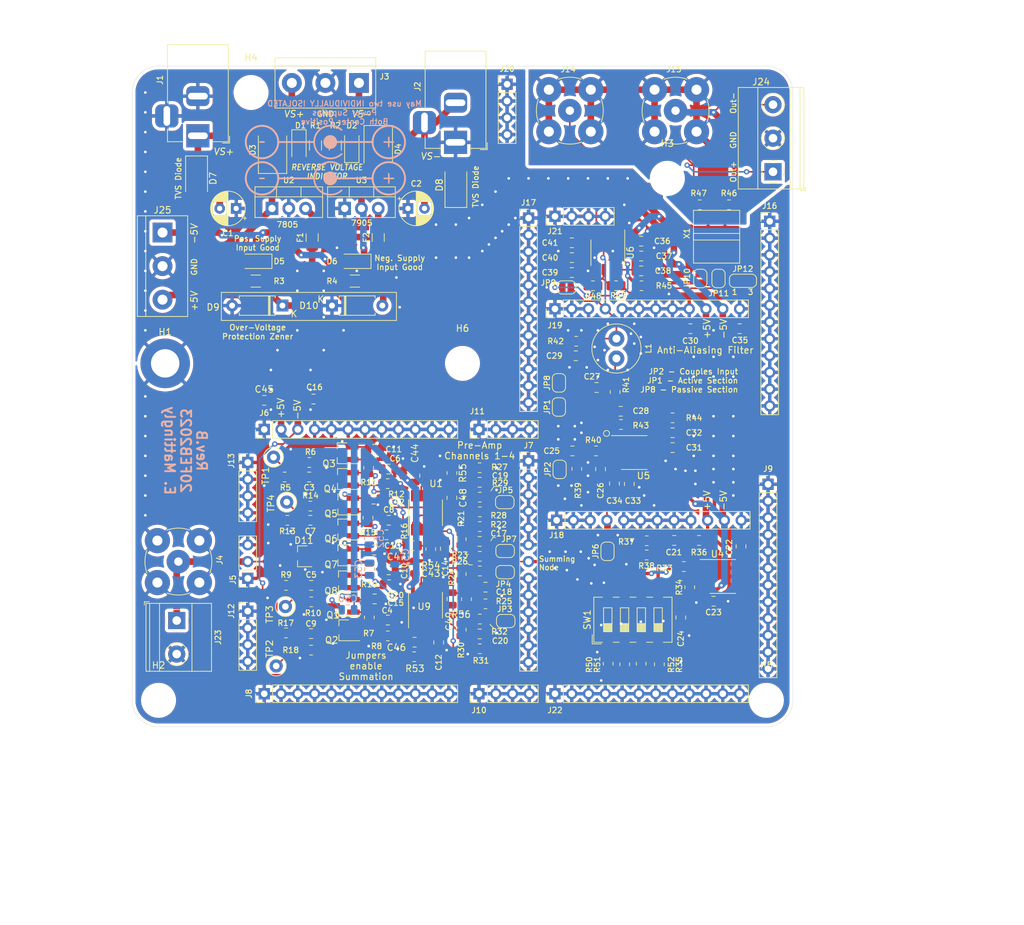
<source format=kicad_pcb>
(kicad_pcb (version 20211014) (generator pcbnew)
  (layers (0 "F.Cu" signal) (31 "B.Cu" signal) (34 "B.Paste" user) (35 "F.Paste" user) (36 "B.SilkS" user "B.Silkscreen") (37 "F.SilkS" user "F.Silkscreen") (38 "B.Mask" user) (39 "F.Mask" user) (44 "Edge.Cuts" user))
  (net 0 "")
  (net 1 "+10V")
  (net 2 "GND")
  (net 3 "-10V")
  (net 4 "Net-(D1-Pad2)")
  (net 5 "Net-(D1-Pad1)")
  (net 6 "Net-(D2-Pad2)")
  (net 7 "Net-(D2-Pad1)")
  (net 8 "Net-(D5-Pad1)")
  (net 9 "Net-(D6-Pad2)")
  (net 10 "Net-(F1-Pad2)")
  (net 11 "+5V")
  (net 12 "Net-(F2-Pad2)")
  (net 13 "-5V")
  (net 14 "Net-(C3-Pad2)")
  (net 15 "Net-(C3-Pad1)")
  (net 16 "Net-(C4-Pad1)")
  (net 17 "Net-(C5-Pad2)")
  (net 18 "Net-(C5-Pad1)")
  (net 19 "Net-(C6-Pad1)")
  (net 20 "Net-(C7-Pad2)")
  (net 21 "Net-(C7-Pad1)")
  (net 22 "Net-(C8-Pad1)")
  (net 23 "Net-(C9-Pad2)")
  (net 24 "Net-(C9-Pad1)")
  (net 25 "Net-(C10-Pad1)")
  (net 26 "SigIn")
  (net 27 "Net-(C17-Pad2)")
  (net 28 "Net-(C17-Pad1)")
  (net 29 "Net-(C18-Pad2)")
  (net 30 "Net-(C18-Pad1)")
  (net 31 "Sum")
  (net 32 "Net-(C19-Pad2)")
  (net 33 "Net-(C19-Pad1)")
  (net 34 "Net-(C20-Pad2)")
  (net 35 "Net-(C20-Pad1)")
  (net 36 "Net-(C21-Pad2)")
  (net 37 "Net-(C21-Pad1)")
  (net 38 "SumOut")
  (net 39 "Net-(C25-Pad2)")
  (net 40 "Net-(C25-Pad1)")
  (net 41 "Net-(C27-Pad2)")
  (net 42 "Net-(JP3-Pad1)")
  (net 43 "Net-(JP4-Pad1)")
  (net 44 "Net-(JP5-Pad1)")
  (net 45 "Net-(JP6-Pad1)")
  (net 46 "Net-(JP7-Pad1)")
  (net 47 "Net-(C28-Pad2)")
  (net 48 "Net-(C28-Pad1)")
  (net 49 "Net-(JP9-Pad2)")
  (net 50 "Net-(JP10-Pad2)")
  (net 51 "Net-(JP10-Pad1)")
  (net 52 "Net-(JP11-Pad2)")
  (net 53 "Out-")
  (net 54 "GND2")
  (net 55 "Out+")
  (net 56 "FiltOut")
  (net 57 "Net-(C24-Pad1)")
  (net 58 "Net-(C24-Pad2)")
  (net 59 "Net-(C26-Pad2)")
  (net 60 "Net-(C46-Pad1)")
  (net 61 "Net-(C46-Pad2)")
  (net 62 "Net-(C47-Pad1)")
  (net 63 "Net-(R34-Pad1)")
  (net 64 "Net-(R35-Pad1)")
  (net 65 "Net-(R50-Pad1)")
  (net 66 "Net-(R51-Pad1)")
  (net 67 "Net-(R52-Pad1)")
  (net 68 "Net-(R30-Pad2)")
  (net 69 "Net-(R21-Pad2)")
  (net 70 "Net-(R27-Pad2)")
  (net 71 "Net-(R24-Pad2)")
  (net 72 "Net-(C47-Pad2)")
  (net 73 "Net-(C48-Pad1)")
  (net 74 "Net-(C48-Pad2)")
  (net 75 "Net-(C49-Pad1)")
  (net 76 "Net-(C49-Pad2)")
  (net 77 "Net-(JP12-Pad1)")
  (net 78 "Net-(Q3-Pad1)")
  (net 79 "Net-(JP12-Pad2)")
  (net 80 "Net-(Q1-Pad1)")
  (net 81 "Net-(Q5-Pad1)")
  (net 82 "Net-(Q7-Pad1)")
  (net 83 "Net-(R48-Pad1)")
  (footprint "Capacitor_THT:CP_Radial_D5.0mm_P2.50mm" (layer "F.Cu") (at 100.75 41.55 180)
    (fp_text reference "C1")
    (fp_text value "22u")
  )
  (footprint "Capacitor_THT:CP_Radial_D5.0mm_P2.50mm" (layer "F.Cu") (at 126.75 41.55)
    (fp_text reference "C2")
    (fp_text value "22u")
  )
  (footprint "LED_SMD:LED_1206_3216Metric_Castellated" (layer "F.Cu") (at 110.25 32.125 -90)
    (fp_text reference "D1")
    (fp_text value "WHITE")
  )
  (footprint "LED_SMD:LED_1206_3216Metric_Castellated" (layer "F.Cu") (at 118.25 32.125 90)
    (fp_text reference "D2")
    (fp_text value "WHITE")
  )
  (footprint "Diode_SMD:D_SMB" (layer "F.Cu") (at 106.25 32.7 90)
    (fp_text reference "D3")
    (fp_text value "D")
  )
  (footprint "LED_SMD:LED_1206_3216Metric_Castellated" (layer "F.Cu") (at 103.675 49.55 180)
    (fp_text reference "D5")
    (fp_text value "RED")
  )
  (footprint "LED_SMD:LED_1206_3216Metric_Castellated" (layer "F.Cu") (at 118.675 49.55 180)
    (fp_text reference "D6")
    (fp_text value "BLUE")
  )
  (footprint "Fuse:Fuse_1206_3216Metric" (layer "F.Cu") (at 112.25 45.95 90)
    (fp_text reference "F1")
    (fp_text value "Polyfuse")
  )
  (footprint "Fuse:Fuse_1206_3216Metric" (layer "F.Cu") (at 122.25 45.95 90)
    (fp_text reference "F2")
    (fp_text value "Polyfuse")
  )
  (footprint "Connector_BarrelJack:BarrelJack_Horizontal" (layer "F.Cu") (at 94.95 30.55 -90)
    (fp_text reference "J1")
    (fp_text value "Barrel_Jack_Switch")
  )
  (footprint "Connector_BarrelJack:BarrelJack_Horizontal" (layer "F.Cu") (at 133.95 31.55 -90)
    (fp_text reference "J2")
    (fp_text value "Barrel_Jack_Switch")
  )
  (footprint "TerminalBlock:TerminalBlock_bornier-3_P5.08mm" (layer "F.Cu") (at 119.33 22.55 180)
    (fp_text reference "J3")
    (fp_text value "Screw_Terminal_01x03")
  )
  (footprint "Resistor_SMD:R_1206_3216Metric" (layer "F.Cu") (at 112.75 32.0125 90)
    (fp_text reference "R1")
    (fp_text value "470")
  )
  (footprint "Resistor_SMD:R_1206_3216Metric" (layer "F.Cu") (at 115.75 32.0125 -90)
    (fp_text reference "R2")
    (fp_text value "470")
  )
  (footprint "Resistor_SMD:R_1206_3216Metric" (layer "F.Cu") (at 103.7125 52.55 180)
    (fp_text reference "R3")
    (fp_text value "470")
  )
  (footprint "Resistor_SMD:R_1206_3216Metric" (layer "F.Cu") (at 118.7125 52.55 180)
    (fp_text reference "R4")
    (fp_text value "470")
  )
  (footprint "Package_TO_SOT_THT:TO-220-3_Vertical" (layer "F.Cu") (at 106.17 41.55)
    (fp_text reference "U2")
    (fp_text value "L7805")
  )
  (footprint "Package_TO_SOT_THT:TO-220-3_Vertical" (layer "F.Cu") (at 117.17 41.55)
    (fp_text reference "U3")
    (fp_text value "L7905")
  )
  (footprint "Capacitor_SMD:C_0805_2012Metric" (layer "F.Cu") (at 111.8 82.2 180)
    (fp_text reference "C3")
    (fp_text value "100n")
  )
  (footprint "Capacitor_SMD:C_0805_2012Metric" (layer "F.Cu") (at 123.7 103.85)
    (fp_text reference "C4")
    (fp_text value "10u")
  )
  (footprint "Resistor_SMD:R_0805_2012Metric" (layer "F.Cu") (at 108.0875 82.2 180)
    (fp_text reference "R5")
    (fp_text value "0")
  )
  (footprint "Resistor_SMD:R_0805_2012Metric" (layer "F.Cu") (at 111.82 80)
    (fp_text reference "R6")
    (fp_text value "100k")
  )
  (footprint "Resistor_SMD:R_0805_2012Metric" (layer "F.Cu") (at 120.9 103.45 -90)
    (fp_text reference "R7")
    (fp_text value "10")
  )
  (footprint "Resistor_SMD:R_0805_2012Metric" (layer "F.Cu") (at 123.7 106.25)
    (fp_text reference "R8")
    (fp_text value "10")
  )
  (footprint "Capacitor_SMD:C_0805_2012Metric" (layer "F.Cu") (at 112.1 98.6 180)
    (fp_text reference "C5")
    (fp_text value "100n")
  )
  (footprint "Capacitor_SMD:C_0805_2012Metric" (layer "F.Cu") (at 123.8 81)
    (fp_text reference "C6")
    (fp_text value "10u")
  )
  (footprint "Resistor_SMD:R_0805_2012Metric" (layer "F.Cu") (at 108.295 98.6 180)
    (fp_text reference "R9")
    (fp_text value "DNP")
  )
  (footprint "Resistor_SMD:R_0805_2012Metric" (layer "F.Cu") (at 112.12 101.1)
    (fp_text reference "R10")
    (fp_text value "100k")
  )
  (footprint "Resistor_SMD:R_0805_2012Metric" (layer "F.Cu") (at 120.8 80.8 -90)
    (fp_text reference "R11")
    (fp_text value "10")
  )
  (footprint "Resistor_SMD:R_0805_2012Metric" (layer "F.Cu") (at 123.6875 83.2)
    (fp_text reference "R12")
    (fp_text value "10")
  )
  (footprint "Capacitor_SMD:C_0805_2012Metric" (layer "F.Cu") (at 111.98 88.75 180)
    (fp_text reference "C7")
    (fp_text value "100n")
  )
  (footprint "Capacitor_SMD:C_0805_2012Metric" (layer "F.Cu") (at 123.85 88.75)
    (fp_text reference "C8")
    (fp_text value "10u")
  )
  (footprint "Resistor_SMD:R_0805_2012Metric" (layer "F.Cu") (at 108.5 88.75 180)
    (fp_text reference "R13")
    (fp_text value "DNP")
  )
  (footprint "Resistor_SMD:R_0805_2012Metric" (layer "F.Cu") (at 111.98 86.6)
    (fp_text reference "R14")
    (fp_text value "100k")
  )
  (footprint "Resistor_SMD:R_0805_2012Metric" (layer "F.Cu") (at 120.7 88.35 -90)
    (fp_text reference "R15")
    (fp_text value "10")
  )
  (footprint "Resistor_SMD:R_0805_2012Metric" (layer "F.Cu") (at 123.5 90.95)
    (fp_text reference "R16")
    (fp_text value "10")
  )
  (footprint "Capacitor_SMD:C_0805_2012Metric" (layer "F.Cu") (at 112.08 105.9 180)
    (fp_text reference "C9")
    (fp_text value "100n")
  )
  (footprint "Capacitor_SMD:C_0805_2012Metric" (layer "F.Cu") (at 123.8375 96.25)
    (fp_text reference "C10")
    (fp_text value "10u")
  )
  (footprint "Resistor_SMD:R_0805_2012Metric" (layer "F.Cu") (at 108.2875 105.8 180)
    (fp_text reference "R17")
    (fp_text value "DNP")
  )
  (footprint "Resistor_SMD:R_0805_2012Metric" (layer "F.Cu") (at 112.0875 108.4)
    (fp_text reference "R18")
    (fp_text value "100k")
  )
  (footprint "Resistor_SMD:R_0805_2012Metric" (layer "F.Cu") (at 123.9 98.5)
    (fp_text reference "R20")
    (fp_text value "10")
  )
  (footprint "Capacitor_SMD:C_0805_2012Metric" (layer "F.Cu") (at 121.65 78 180)
    (fp_text reference "C11")
    (fp_text value "100n")
  )
  (footprint "Capacitor_SMD:C_0805_2012Metric" (layer "F.Cu") (at 131.4 107.25 90)
    (fp_text reference "C12")
    (fp_text value "1u")
  )
  (footprint "Capacitor_SMD:C_0805_2012Metric" (layer "F.Cu") (at 121.65 93.25 180)
    (fp_text reference "C13")
    (fp_text value "100n")
  )
  (footprint "Capacitor_SMD:C_0805_2012Metric" (layer "F.Cu") (at 132.4 93.05 90)
    (fp_text reference "C14")
    (fp_text value "100n")
  )
  (footprint "Capacitor_SMD:C_0805_2012Metric" (layer "F.Cu") (at 121.7 100.65 180)
    (fp_text reference "C15")
    (fp_text value "100n")
  )
  (footprint "Capacitor_SMD:C_0805_2012Metric" (layer "F.Cu") (at 112.45 70.4 180)
    (fp_text reference "C16")
    (fp_text value "1n")
  )
  (footprint "Resistor_SMD:R_0805_2012Metric" (layer "F.Cu") (at 120.9 96.1625 -90)
    (fp_text reference "R19")
    (fp_text value "10")
  )
  (footprint "Connector_PinSocket_2.54mm:PinSocket_1x03_P2.54mm_Vertical" (layer "F.Cu") (at 102.5 97.54 180)
    (fp_text reference "J5")
    (fp_text value "Conn_01x03_Male")
  )
  (footprint "Resistor_SMD:R_0805_2012Metric" (layer "F.Cu") (at 134.8 91.6 90)
    (fp_text reference "R21")
    (fp_text value "0")
  )
  (footprint "Resistor_SMD:R_0805_2012Metric" (layer "F.Cu") (at 137.625 94.2 180)
    (fp_text reference "R23")
    (fp_text value "47")
  )
  (footprint "Resistor_SMD:R_0805_2012Metric" (layer "F.Cu") (at 134.8 96.8875 90)
    (fp_text reference "R24")
    (fp_text value "DNP")
  )
  (footprint "Resistor_SMD:R_0805_2012Metric" (layer "F.Cu") (at 137.625 96.425 180)
    (fp_text reference "R26")
    (fp_text value "47")
  )
  (footprint "Capacitor_SMD:C_0805_2012Metric" (layer "F.Cu") (at 138.4875 98.875 180)
    (fp_text reference "C18")
    (fp_text value "100n")
  )
  (footprint "Capacitor_SMD:C_0805_2012Metric" (layer "F.Cu") (at 137.6 83 180)
    (fp_text reference "C19")
    (fp_text value "100n")
  )
  (footprint "Resistor_SMD:R_0805_2012Metric" (layer "F.Cu") (at 137.6 80.8 180)
    (fp_text reference "R27")
    (fp_text value "DNP")
  )
  (footprint "Resistor_SMD:R_0805_2012Metric" (layer "F.Cu") (at 137.625 87.475)
    (fp_text reference "R28")
    (fp_text value "10k")
  )
  (footprint "Resistor_SMD:R_0805_2012Metric" (layer "F.Cu") (at 137.625 85.25 180)
    (fp_text reference "R29")
    (fp_text value "47")
  )
  (footprint "Capacitor_SMD:C_0805_2012Metric" (layer "F.Cu") (at 137.6 105.95 180)
    (fp_text reference "C20")
    (fp_text value "100n")
  )
  (footprint "Resistor_SMD:R_0805_2012Metric" (layer "F.Cu") (at 134.8 105.3125 -90)
    (fp_text reference "R30")
    (fp_text value "0")
  )
  (footprint "Resistor_SMD:R_0805_2012Metric" (layer "F.Cu") (at 137.625 108.2)
    (fp_text reference "R31")
    (fp_text value "10k")
  )
  (footprint "Resistor_SMD:R_0805_2012Metric" (layer "F.Cu") (at 137.625 103.7 180)
    (fp_text reference "R32")
    (fp_text value "DNP")
  )
  (footprint "Resistor_SMD:R_0805_2012Metric" (layer "F.Cu") (at 137.625 89.7)
    (fp_text reference "R22")
    (fp_text value "10k")
  )
  (footprint "Resistor_SMD:R_0805_2012Metric" (layer "F.Cu") (at 138.4875 101.4)
    (fp_text reference "R25")
    (fp_text value "10k")
  )
  (footprint "Capacitor_SMD:C_0805_2012Metric" (layer "F.Cu") (at 137.6 91.95 180)
    (fp_text reference "C17")
    (fp_text value "100n")
  )
  (footprint "Capacitor_SMD:C_0805_2012Metric" (layer "F.Cu") (at 167.05 91.8)
    (fp_text reference "C21")
    (fp_text value "1n")
  )
  (footprint "Capacitor_SMD:C_0805_2012Metric" (layer "F.Cu") (at 177.1625 92.7 -90)
    (fp_text reference "C22")
    (fp_text value "100n")
  )
  (footprint "Capacitor_SMD:C_0805_2012Metric" (layer "F.Cu") (at 173 101 180)
    (fp_text reference "C23")
    (fp_text value "100n")
  )
  (footprint "Connector_Coaxial:BNC_TEConnectivity_1478204_Vertical" (layer "F.Cu") (at 92 95 -90)
    (fp_text reference "J4")
    (fp_text value "Conn_Coaxial")
  )
  (footprint "Resistor_SMD:R_0805_2012Metric" (layer "F.Cu") (at 168.5 95.75 180)
    (fp_text reference "R33")
    (fp_text value "47")
  )
  (footprint "Resistor_SMD:R_0805_2012Metric" (layer "F.Cu") (at 169.4 98.8875 -90)
    (fp_text reference "R34")
    (fp_text value "470")
  )
  (footprint "Resistor_SMD:R_0805_2012Metric" (layer "F.Cu") (at 164.8 110.5475 -90)
    (fp_text reference "R35")
    (fp_text value "4.7k")
  )
  (footprint "Resistor_SMD:R_0805_2012Metric" (layer "F.Cu") (at 170.8 91.8)
    (fp_text reference "R36")
    (fp_text value "0")
  )
  (footprint "Resistor_SMD:R_0805_2012Metric" (layer "F.Cu") (at 162.8875 91.85)
    (fp_text reference "R37")
    (fp_text value "10k")
  )
  (footprint "Resistor_SMD:R_0805_2012Metric" (layer "F.Cu") (at 162.8875 94)
    (fp_text reference "R38")
    (fp_text value "47")
  )
  (footprint "Package_SO:SO-8_3.9x4.9mm_P1.27mm" (layer "F.Cu") (at 174.4125 97.25)
    (fp_text reference "U4")
    (fp_text value "ADA4075-2")
  )
  (footprint "Capacitor_SMD:C_0805_2012Metric" (layer "F.Cu") (at 168.05 103.46 -90)
    (fp_text reference "C24")
    (fp_text value "220p")
  )
  (footprint "Capacitor_SMD:C_0805_2012Metric" (layer "F.Cu") (at 151.65 78.25 180)
    (fp_text reference "C25")
    (fp_text value "1n")
  )
  (footprint "Capacitor_SMD:C_0805_2012Metric" (layer "F.Cu") (at 155.9 81 90)
    (fp_text reference "C26")
    (fp_text value "300p")
  )
  (footprint "Capacitor_SMD:C_0805_2012Metric" (layer "F.Cu") (at 155.3 68.65)
    (fp_text reference "C27")
    (fp_text value "1n")
  )
  (footprint "Jumper:SolderJumper-2_P1.3mm_Open_RoundedPad1.0x1.5mm" (layer "F.Cu") (at 149.6 71.6 90)
    (fp_text reference "JP1")
    (fp_text value "SolderJumper_2_Open")
  )
  (footprint "Jumper:SolderJumper-2_P1.3mm_Open_RoundedPad1.0x1.5mm" (layer "F.Cu") (at 149.7 81.05 90)
    (fp_text reference "JP2")
    (fp_text value "SolderJumper_2_Open")
  )
  (footprint "Resistor_SMD:R_0805_2012Metric" (layer "F.Cu") (at 152.3 80.9625 90)
    (fp_text reference "R39")
    (fp_text value "10k")
  )
  (footprint "Resistor_SMD:R_0805_2012Metric" (layer "F.Cu") (at 155.2125 78.25 180)
    (fp_text reference "R40")
    (fp_text value "1k")
  )
  (footprint "Resistor_SMD:R_0805_2012Metric" (layer "F.Cu") (at 158.1 69.3375 -90)
    (fp_text reference "R41")
    (fp_text value "1k")
  )
  (footprint "Resistor_SMD:R_0805_2012Metric" (layer "F.Cu") (at 152.2125 61.65)
    (fp_text reference "R42")
    (fp_text value "10k")
  )
  (footprint "Connector_PinHeader_2.54mm:PinHeader_1x12_P2.54mm_Vertical" (layer "F.Cu") (at 105 115 90)
    (fp_text reference "J8")
    (fp_text value "Conn_01x12_Male")
  )
  (footprint "Connector_PinHeader_2.54mm:PinHeader_1x12_P2.54mm_Vertical" (layer "F.Cu") (at 181.25 83.3)
    (fp_text reference "J9")
    (fp_text value "Conn_01x12_Male")
  )
  (footprint "Connector_PinHeader_2.54mm:PinHeader_1x04_P2.54mm_Vertical" (layer "F.Cu") (at 137.5 115 90)
    (fp_text reference "J10")
    (fp_text value "Conn_01x04_Male")
  )
  (footprint "Package_SO:SO-8_3.9x4.9mm_P1.27mm" (layer "F.Cu") (at 161 78.5)
    (fp_text reference "U5")
    (fp_text value "ADA4075-2")
  )
  (footprint "Connector_PinHeader_2.54mm:PinHeader_1x12_P2.54mm_Vertical" (layer "F.Cu") (at 105 75 90)
    (fp_text reference "J6")
    (fp_text value "Conn_01x12_Male")
  )
  (footprint "Connector_PinHeader_2.54mm:PinHeader_1x04_P2.54mm_Vertical" (layer "F.Cu") (at 137.5 75 90)
    (fp_text reference "J11")
    (fp_text value "Conn_01x04_Male")
  )
  (footprint "Connector_PinHeader_2.54mm:PinHeader_1x13_P2.54mm_Vertical" (layer "F.Cu") (at 145 79.76)
    (fp_text reference "J7")
    (fp_text value "Conn_01x13_Male")
  )
  (footprint "Connector_PinHeader_2.54mm:PinHeader_1x04_P2.54mm_Vertical" (layer "F.Cu") (at 102.5 102.5)
    (fp_text reference "J12")
    (fp_text value "Conn_01x04_Male")
  )
  (footprint "Connector_PinHeader_2.54mm:PinHeader_1x04_P2.54mm_Vertical" (layer "F.Cu") (at 102.5 80)
    (fp_text reference "J13")
    (fp_text value "Conn_01x04_Male")
  )
  (footprint "Jumper:SolderJumper-2_P1.3mm_Open_RoundedPad1.0x1.5mm" (layer "F.Cu") (at 141.45 96.6)
    (fp_text reference "JP4")
    (fp_text value "SolderJumper_2_Open")
  )
  (footprint "Jumper:SolderJumper-2_P1.3mm_Open_RoundedPad1.0x1.5mm" (layer "F.Cu") (at 141.4 86)
    (fp_text reference "JP5")
    (fp_text value "SolderJumper_2_Open")
  )
  (footprint "Jumper:SolderJumper-2_P1.3mm_Open_RoundedPad1.0x1.5mm" (layer "F.Cu") (at 156.95 93.45 90)
    (fp_text reference "JP6")
    (fp_text value "SolderJumper_2_Open")
  )
  (footprint "Jumper:SolderJumper-2_P1.3mm_Open_RoundedPad1.0x1.5mm" (layer "F.Cu") (at 141.55 104)
    (fp_text reference "JP3")
    (fp_text value "SolderJumper_2_Open")
  )
  (footprint "Jumper:SolderJumper-2_P1.3mm_Open_RoundedPad1.0x1.5mm" (layer "F.Cu") (at 141.45 93.4)
    (fp_text reference "JP7")
    (fp_text value "SolderJumper_2_Open")
  )
  (footprint "Capacitor_SMD:C_0805_2012Metric" (layer "F.Cu") (at 158.95 72.25 180)
    (fp_text reference "C28")
    (fp_text value "300p")
  )
  (footprint "Capacitor_SMD:C_0805_2012Metric" (layer "F.Cu") (at 152.15 63.85)
    (fp_text reference "C29")
    (fp_text value "1n")
  )
  (footprint "Jumper:SolderJumper-2_P1.3mm_Open_RoundedPad1.0x1.5mm" (layer "F.Cu") (at 149.6 67.95 90)
    (fp_text reference "JP8")
    (fp_text value "SolderJumper_2_Open")
  )
  (footprint "Inductor_THT:L_Radial_D7.2mm_P3.00mm_MuRATA_1700" (layer "F.Cu") (at 158.3 61.25 -90)
    (fp_text reference "L1")
    (fp_text value "636u")
  )
  (footprint "Resistor_SMD:R_0805_2012Metric" (layer "F.Cu") (at 158.9875 74.25 180)
    (fp_text reference "R43")
    (fp_text value "1k")
  )
  (footprint "Capacitor_SMD:C_0805_2012Metric" (layer "F.Cu") (at 169.5 59.75)
    (fp_text reference "C30")
    (fp_text value "1u")
  )
  (footprint "Capacitor_SMD:C_0805_2012Metric" (layer "F.Cu") (at 166.8 77.75 180)
    (fp_text reference "C31")
    (fp_text value "100n")
  )
  (footprint "Capacitor_SMD:C_0805_2012Metric" (layer "F.Cu") (at 160.25 83.25 90)
    (fp_text reference "C33")
    (fp_text value "10n")
  )
  (footprint "Capacitor_SMD:C_0805_2012Metric" (layer "F.Cu") (at 158 83.2 90)
    (fp_text reference "C34")
    (fp_text value "100n")
  )
  (footprint "Capacitor_SMD:C_0805_2012Metric" (layer "F.Cu") (at 176.95 59.75 180)
    (fp_text reference "C35")
    (fp_text value "1u")
  )
  (footprint "Resistor_SMD:R_0805_2012Metric" (layer "F.Cu") (at 166.8 73.25 180)
    (fp_text reference "R44")
    (fp_text value "1k")
  )
  (footprint "Capacitor_SMD:C_0805_2012Metric" (layer "F.Cu") (at 166.8 75.5 180)
    (fp_text reference "C32")
    (fp_text value "10n")
  )
  (footprint "Capacitor_SMD:C_0805_2012Metric" (layer "F.Cu") (at 162.05 46.5 180)
    (fp_text reference "C36")
    (fp_text value "1u")
  )
  (footprint "Capacitor_SMD:C_0805_2012Metric" (layer "F.Cu") (at 162.05 48.75 180)
    (fp_text reference "C37")
    (fp_text value "100n")
  )
  (footprint "Capacitor_SMD:C_0805_2012Metric" (layer "F.Cu") (at 162.05 51 180)
    (fp_text reference "C38")
    (fp_text value "10n")
  )
  (footprint "Capacitor_SMD:C_0805_2012Metric" (layer "F.Cu") (at 151.55 51.25)
    (fp_text reference "C39")
    (fp_text value "10n")
  )
  (footprint "Capacitor_SMD:C_0805_2012Metric" (layer "F.Cu") (at 151.55 49)
    (fp_text reference "C40")
    (fp_text value "100n")
  )
  (footprint "Capacitor_SMD:C_0805_2012Metric" (layer "F.Cu") (at 151.55 46.75)
    (fp_text reference "C41")
    (fp_text value "1u")
  )
  (footprint "Jumper:SolderJumper-2_P1.3mm_Open_RoundedPad1.0x1.5mm" (layer "F.Cu") (at 150.75 53.5 180)
    (fp_text reference "JP9")
    (fp_text value "SolderJumper_2_Open")
  )
  (footprint "Resistor_SMD:R_0805_2012Metric" (layer "F.Cu") (at 162.0875 53.25)
    (fp_text reference "R45")
    (fp_text value "10k")
  )
  (footprint "Package_SO:SO-8_3.9x4.9mm_P1.27mm" (layer "F.Cu") (at 157 48.25 -90)
    (fp_text reference "U6")
    (fp_text value "ADA4075-2")
  )
  (footprint "Connector_PinHeader_2.54mm:PinHeader_1x12_P2.54mm_Vertical" (layer "F.Cu") (at 181.5 43.5)
    (fp_text reference "J16")
    (fp_text value "Conn_01x12_Male")
  )
  (footprint "Connector_PinHeader_2.54mm:PinHeader_1x12_P2.54mm_Vertical" (layer "F.Cu") (at 145 43)
    (fp_text reference "J17")
    (fp_text value "Conn_01x12_Male")
  )
  (footprint "Connector_PinHeader_2.54mm:PinHeader_1x04_P2.54mm_Vertical" (layer "F.Cu") (at 149 42.75 90)
    (fp_text reference "J21")
    (fp_text value "Conn_01x04_Male")
  )
  (footprint "Connector_PinHeader_2.54mm:PinHeader_1x12_P2.54mm_Vertical" (layer "F.Cu") (at 149.25 88.75 90)
    (fp_text reference "J18")
    (fp_text value "Conn_01x12_Male")
  )
  (footprint "Connector_PinHeader_2.54mm:PinHeader_1x12_P2.54mm_Vertical" (layer "F.Cu") (at 149 56.75 90)
    (fp_text reference "J19")
    (fp_text value "Conn_01x12_Male")
  )
  (footprint "Connector_PinHeader_2.54mm:PinHeader_1x04_P2.54mm_Vertical" (layer "F.Cu") (at 141.75 22.75)
    (fp_text reference "J20")
    (fp_text value "Conn_01x04_Male")
  )
  (footprint "Connector_Coaxial:BNC_TEConnectivity_1478204_Vertical" (layer "F.Cu") (at 151.25 26.75)
    (fp_text reference "J14")
    (fp_text value "Conn_Coaxial")
  )
  (footprint "Connector_Coaxial:BNC_TEConnectivity_1478204_Vertical" (layer "F.Cu") (at 167.25 26.75)
    (fp_text reference "J15")
    (fp_text value "Conn_Coaxial")
  )
  (footprint "TerminalBlock_Phoenix:TerminalBlock_Phoenix_MKDS-1,5-2-5.08_1x02_P5.08mm_Horizontal" (layer "F.Cu") (at 91.75 103.92 -90)
    (fp_text reference "J23")
    (fp_text value "Screw_Terminal_01x02")
  )
  (footprint "Martinos:Transformer-PWB2010LC" (layer "F.Cu") (at 173.46 45.829 90)
    (fp_text reference "X1")
    (fp_text value "Transforme-P123_S456")
  )
  (footprint "Resistor_SMD:R_0805_2012Metric" (layer "F.Cu") (at 170.9125 41 180)
    (fp_text reference "R47")
    (fp_text value "10k")
  )
  (footprint "Resistor_SMD:R_0805_2012Metric" (layer "F.Cu") (at 175.3375 41)
    (fp_text reference "R46")
    (fp_text value "10k")
  )
  (footprint "Jumper:SolderJumper-2_P1.3mm_Open_RoundedPad1.0x1.5mm" (layer "F.Cu") (at 173.75 52.15 90)
    (fp_text reference "JP11")
    (fp_text value "SolderJumper_2_Open")
  )
  (footprint "Jumper:SolderJumper-2_P1.3mm_Open_RoundedPad1.0x1.5mm" (layer "F.Cu") (at 171 52.15 90)
    (fp_text reference "JP10")
    (fp_text value "SolderJumper_2_Open")
  )
  (footprint "Diode_SMD:D_SMA" (layer "F.Cu") (at 134 38 90)
    (fp_text reference "D8")
    (fp_text value "D_TVS_ALT")
  )
  (footprint "Diode_THT:D_A-405_P7.62mm_Horizontal" (layer "F.Cu") (at 107.75 56.25 180)
    (fp_text reference "D9")
    (fp_text value "5.6")
  )
  (footprint "Diode_THT:D_A-405_P7.62mm_Horizontal" (layer "F.Cu") (at 115.25 56.25)
    (fp_text reference "D10")
    (fp_text value "5.6")
  )
  (footprint "Diode_SMD:D_SMA" (layer "F.Cu") (at 94.75 37 -90)
    (fp_text reference "D7")
    (fp_text value "D_TVS_ALT")
  )
  (footprint "Diode_SMD:D_SMB" (layer "F.Cu") (at 122.25 32.55 -90)
    (fp_text reference "D4")
    (fp_text value "D")
  )
  (footprint "MountingHole:MountingHole_4.3mm_M4_DIN965_Pad" (layer "F.Cu") (at 90 65)
    (fp_text reference "H1")
    (fp_text value "MountingHole_Pad")
  )
  (footprint "MountingHole:MountingHole_4.3mm_M4" (layer "F.Cu") (at 89 116)
    (fp_text reference "H2")
    (fp_text value "MountingHole")
  )
  (footprint "MountingHole:MountingHole_4.3mm_M4" (layer "F.Cu") (at 166 37)
    (fp_text reference "H3")
    (fp_text value "MountingHole")
  )
  (footprint "MountingHole:MountingHole_4.3mm_M4" (layer "F.Cu") (at 103 24)
    (fp_text reference "H4")
    (fp_text value "MountingHole")
  )
  (footprint "MountingHole:MountingHole_4.3mm_M4" (layer "F.Cu") (at 181 116)
    (fp_text reference "H5")
    (fp_text value "MountingHole")
  )
  (footprint "MountingHole:MountingHole_4.3mm_M4" (layer "F.Cu") (at 135 65)
    (fp_text reference "H6")
    (fp_text value "MountingHole")
  )
  (footprint "Connector_PinHeader_2.54mm:PinHeader_1x12_P2.54mm_Vertical" (layer "F.Cu") (at 149 115 90)
    (fp_text reference "J22")
    (fp_text value "Conn_01x12_Male")
  )
  (footprint "TerminalBlock_Phoenix:TerminalBlock_Phoenix_MKDS-1,5-3-5.08_1x03_P5.08mm_Horizontal" (layer "F.Cu") (at 182 36 90)
    (fp_text reference "J24")
    (fp_text value "Screw_Terminal_01x03")
  )
  (footprint "Package_TO_SOT_SMD:SOT-23" (layer "F.Cu") (at 110.8 94.2 180)
    (fp_text reference "D11")
    (fp_text value "BAV99")
  )
  (footprint "TerminalBlock:TerminalBlock_bornier-3_P5.08mm" (layer "F.Cu") (at 89.6 45.2 -90)
    (fp_text reference "J25")
    (fp_text value "Screw_Terminal_01x03")
  )
  (footprint "Package_TO_SOT_SMD:SOT-23_Handsoldering" (layer "F.Cu") (at 116.8 78.6 180)
    (fp_text reference "Q3")
    (fp_text value "Q_NJFET_SDG")
  )
  (footprint "Package_TO_SOT_SMD:SOT-23_Handsoldering" (layer "F.Cu") (at 116.9 94.05 180)
    (fp_text reference "Q7")
    (fp_text value "Q_NJFET_SDG")
  )
  (footprint "Resistor_SMD:R_0805_2012Metric" (layer "F.Cu") (at 158.25 53.25 180)
    (fp_text reference "R49")
    (fp_text value "1k")
  )
  (footprint "Package_SO:SO-8_3.9x4.9mm_P1.27mm" (layer "F.Cu") (at 129.4 101.6 90)
    (fp_text reference "U9")
    (fp_text value "ADA4075-2")
  )
  (footprint "Package_TO_SOT_SMD:SOT-23_Handsoldering" (layer "F.Cu") (at 117.05 105.4 180)
    (fp_text reference "Q2")
    (fp_text value "Q_NJFET_SDG")
  )
  (footprint "Package_SO:SO-8_3.9x4.9mm_P1.27mm" (layer "F.Cu") (at 129.4 87.6 90)
    (fp_text reference "U1")
    (fp_text value "ADA4075-2")
  )
  (footprint "Capacitor_SMD:C_0805_2012Metric" (layer "F.Cu") (at 127.8 95.85 -90)
    (fp_text reference "C43")
    (fp_text value "100n")
  )
  (footprint "Resistor_SMD:R_0805_2012Metric" (layer "F.Cu") (at 133.4 81.6 -90)
    (fp_text reference "R55")
    (fp_text value "10k")
  )
  (footprint "Resistor_SMD:R_0805_2012Metric" (layer "F.Cu") (at 159.55 110.5475 -90)
    (fp_text reference "R51")
    (fp_text value "470")
  )
  (footprint "Resistor_SMD:R_0805_2012Metric" (layer "F.Cu") (at 154.75 53.25)
    (fp_text reference "R48")
    (fp_text value "1k")
  )
  (footprint "Resistor_SMD:R_0805_2012Metric" (layer "F.Cu") (at 157.05 110.46 -90)
    (fp_text reference "R50")
    (fp_text value "100")
  )
  (footprint "Resistor_SMD:R_0805_2012Metric" (layer "F.Cu") (at 135.6 100.6875 90)
    (fp_text reference "R56")
    (fp_text value "10k")
  )
  (footprint "Capacitor_SMD:C_0805_2012Metric" (layer "F.Cu") (at 127.75 107.2 180)
    (fp_text reference "C46")
    (fp_text value "100n")
  )
  (footprint "Capacitor_SMD:C_0805_2012Metric" (layer "F.Cu") (at 127.8 82 -90)
    (fp_text reference "C44")
    (fp_text value "100n")
  )
  (footprint "Button_Switch_SMD:SW_DIP_SPSTx04_Slide_6.7x11.72mm_W6.73mm_P2.54mm_LowProfile_JPin" (layer "F.Cu") (at 160.8 103.8 90)
    (fp_text reference "SW1")
    (fp_text value "SW_DIP_x04")
  )
  (footprint "Capacitor_SMD:C_0805_2012Metric" (layer "F.Cu") (at 127.4 92.6 180)
    (fp_text reference "C47")
    (fp_text value "100n")
  )
  (footprint "Resistor_SMD:R_0805_2012Metric" (layer "F.Cu") (at 130.2 93.1125 90)
    (fp_text reference "R54")
    (fp_text value "10k")
  )
  (footprint "Resistor_SMD:R_0805_2012Metric" (layer "F.Cu") (at 127.6875 109.4 180)
    (fp_text reference "R53")
    (fp_text value "10k")
  )
  (footprint "Jumper:SolderJumper-3_P1.3mm_Bridged12_RoundedPad1.0x1.5mm_NumberLabels" (layer "F.Cu") (at 177.45 52.5)
    (fp_text reference "JP12")
    (fp_text value "SolderJumper_3_Bridged12")
  )
  (footprint "Package_TO_SOT_SMD:SOT-23_Handsoldering" (layer "F.Cu") (at 116.9 86.35 180)
    (fp_text reference "Q5")
    (fp_text value "Q_NJFET_SDG")
  )
  (footprint "Package_TO_SOT_SMD:SOT-23_Handsoldering" (layer "F.Cu") (at 117 98 180)
    (fp_text reference "Q8")
    (fp_text value "Q_NJFET_SDG")
  )
  (footprint "Capacitor_SMD:C_0805_2012Metric" (layer "F.Cu") (at 105 70.6)
    (fp_text reference "C45")
    (fp_text value "100n")
  )
  (footprint "Capacitor_SMD:C_0805_2012Metric" (layer "F.Cu") (at 121.55 85.55 180)
    (fp_text reference "C42")
    (fp_text value "100n")
  )
  (footprint "Resistor_SMD:R_0805_2012Metric" (layer "F.Cu") (at 162.05 110.46 -90)
    (fp_text reference "R52")
    (fp_text value "1k")
  )
  (footprint "Package_TO_SOT_SMD:SOT-23_Handsoldering" (layer "F.Cu") (at 117 101.7 180)
    (fp_text reference "Q1")
    (fp_text value "Q_NJFET_SDG")
  )
  (footprint "TestPoint:TestPoint_Loop_D1.80mm_Drill1.0mm_Beaded" (layer "F.Cu") (at 106.4 79.2)
    (fp_text reference "TP1")
    (fp_text value "TestPoint")
  )
  (footprint "Package_TO_SOT_SMD:SOT-23_Handsoldering" (layer "F.Cu") (at 116.85 82.5 180)
    (fp_text reference "Q4")
    (fp_text value "Q_NJFET_SDG")
  )
  (footprint "Capacitor_SMD:C_0805_2012Metric" (layer "F.Cu") (at 133.4 85.35 -90)
    (fp_text reference "C48")
    (fp_text value "100n")
  )
  (footprint "Capacitor_SMD:C_0805_2012Metric" (layer "F.Cu") (at 133.4 100.65 -90)
    (fp_text reference "C49")
    (fp_text value "100n")
  )
  (footprint "Package_TO_SOT_SMD:SOT-23_Handsoldering" (layer "F.Cu") (at 116.9 90.15 180)
    (fp_text reference "Q6")
    (fp_text value "Q_NJFET_SDG")
  )
  (footprint "TestPoint:TestPoint_Loop_D1.80mm_Drill1.0mm_Beaded" (layer "F.Cu") (at 108.2 101.8)
    (fp_text reference "TP3")
    (fp_text value "TestPoint")
  )
  (footprint "TestPoint:TestPoint_Loop_D1.80mm_Drill1.0mm_Beaded" (layer "F.Cu") (at 108.4 86)
    (fp_text reference "TP4")
    (fp_text value "TestPoint")
  )
  (footprint "TestPoint:TestPoint_Loop_D1.80mm_Drill1.0mm_Beaded" (layer "F.Cu") (at 106.8 110.8)
    (fp_text reference "TP2")
    (fp_text value "TestPoint")
  )
  (footprint "Martinos:CenterPos" (layer "B.Cu") (at 114.25 31.5)
    (fp_text reference "U7" hide)
    (fp_text value "CenterPosGraphic" hide)
  )
  (footprint "Martinos:CenterPos" (layer "B.Cu") (at 114.25 37)
    (fp_text reference "U8" hide)
    (fp_text value "CenterPosGraphic" hide)
  )
  (footprint "Capacitor_SMD:C_0805_2012Metric" (layer "B.Cu") (at 117.65 102.3 180)
    (fp_text reference "C50")
    (fp_text value "100p")
  )
  (footprint "Capacitor_SMD:C_0805_2012Metric" (layer "B.Cu") (at 120.9 91.5 90)
    (fp_text reference "C52")
    (fp_text value "100p")
  )
  (footprint "Capacitor_SMD:C_0805_2012Metric" (layer "B.Cu") (at 120.95 96.15 -90)
    (fp_text reference "C53")
    (fp_text value "100p")
  )
  (footprint "Capacitor_SMD:C_0805_2012Metric" (layer "B.Cu") (at 124.7 94.45 90)
    (fp_text reference "C51")
    (fp_text value "100p")
  )
  (gr_line (start 125 58.5) (end 98.5 58.5) (layer "F.SilkS") (width 0.12))
  (gr_line (start 139.3 84.3) (end 139.75 83.65) (layer "F.SilkS") (width 0.12))
  (gr_line (start 135.75 95.3) (end 136.1 95.5) (layer "F.SilkS") (width 0.12))
  (gr_line (start 98.5 54.25) (end 125 54.25) (layer "F.SilkS") (width 0.12))
  (gr_circle (center 156.8 75.6) (end 157.2 75.8) (layer "F.SilkS") (width 0.12) (fill none))
  (gr_line (start 139.75 83.65) (end 140.6 83.65) (layer "F.SilkS") (width 0.12))
  (gr_line (start 125 54.25) (end 125 58.5) (layer "F.SilkS") (width 0.12))
  (gr_line (start 139.6 91.35) (end 140 91.35) (layer "F.SilkS") (width 0.12))
  (gr_line (start 135.75 93.9) (end 135.9 93.9) (layer "F.SilkS") (width 0.12))
  (gr_line (start 136.1 95.5) (end 136.5 95.5) (layer "F.SilkS") (width 0.12))
  (gr_line (start 139.7 105.05) (end 139.15 104.5) (layer "F.SilkS") (width 0.12))
  (gr_line (start 139.3 91.85) (end 139.6 91.35) (layer "F.SilkS") (width 0.12))
  (gr_line (start 98.5 58.5) (end 98.5 54.25) (layer "F.SilkS") (width 0.12))
  (gr_line (start 85 24) (end 85 116) (layer "Edge.Cuts") (width 0.05))
  (gr_arc (start 185 116) (mid 183.828427 118.828427) (end 181 120) (layer "Edge.Cuts") (width 0.05))
  (gr_arc (start 85 24) (mid 86.171573 21.171573) (end 89 20) (layer "Edge.Cuts") (width 0.05))
  (gr_arc (start 181 20) (mid 183.828427 21.171573) (end 185 24) (layer "Edge.Cuts") (width 0.05))
  (gr_line (start 185 116) (end 185 24) (layer "Edge.Cuts") (width 0.05))
  (gr_arc (start 89 120) (mid 86.171573 118.828427) (end 85 116) (layer "Edge.Cuts") (width 0.05))
  (gr_line (start 89 120) (end 181 120) (layer "Edge.Cuts") (width 0.05))
  (gr_line (start 181 20) (end 89 20) (layer "Edge.Cuts") (width 0.05))
  (gr_text "Rev.B\n20FEB2023\nE. Mattingly" (at 93.1 78.2 -90) (layer "B.SilkS") (effects (font (size 1.5 1.5) (thickness 0.3)) (justify mirror)))
  (gr_text "May use two INDIVIDUALLY ISOLATED\nPower Supplies\nBoth Center Positive" (at 117.15 27.05) (layer "B.SilkS") (effects (font (size 0.85 0.85)) (justify mirror)))
  (gr_text "+5V" (at 172 59.75 90) (layer "F.SilkS") (effects (font (size 1 1))))
  (gr_text "-5V" (at 174.5 59.75 90) (layer "F.SilkS") (effects (font (size 1 1))))
  (gr_text "Neg. Supply\nInput Good" (at 125.5 49.75) (layer "F.SilkS") (effects (font (size 0.85 0.85))))
  (gr_text "TVS Diode" (at 92 37 90) (layer "F.SilkS") (effects (font (size 0.85 0.85))))
  (gr_text "VS+" (at 109.5 27.25) (layer "F.SilkS") (effects (font (size 1 1) (thickness 0.15) italic)))
  (gr_text "Out-" (at 176 25.6 90) (layer "F.SilkS") (effects (font (size 0.85 0.85))))
  (gr_text "GND" (at 176 31.2 90) (layer "F.SilkS") (effects (font (size 0.85 0.85))))
  (gr_text "+5V" (at 94.4 55.6 90) (layer "F.SilkS") (effects (font (size 1 1) (thickness 0.15) italic)))
  (gr_text "-5V" (at 94.4 45.4 90) (layer "F.SilkS") (effects (font (size 1 1) (thickness 0.15) italic)))
  (gr_text "GND" (at 94.4 50.4 90) (layer "F.SilkS") (effects (font (size 0.85 0.85))))
  (gr_text "JP2 - Couples Input\nJP1 - Active Section\nJP8 - Passive Section" (at 176.8 67.6) (layer "F.SilkS") (effects (font (size 0.85 0.85)) (justify right)))
  (gr_text "VS-" (at 119.75 27.25) (layer "F.SilkS") (effects (font (size 1 1) (thickness 0.15) italic)))
  (gr_text "VS+" (at 98.85 32.95) (layer "F.SilkS") (effects (font (size 1 1) (thickness 0.15) italic)))
  (gr_text "Over-Voltage\nProtection Zener" (at 104 60.25) (layer "F.SilkS") (effects (font (size 0.85 0.85))))
  (gr_text "Out+" (at 176 36 90) (layer "F.SilkS") (effects (font (size 0.85 0.85))))
  (gr_text "Jumpers\nenable\nSummation" (at 120.4 110.8) (layer "F.SilkS") (effects (font (size 1 1))))
  (gr_text "GND" (at 114.25 27.25) (layer "F.SilkS") (effects (font (size 0.85 0.85))))
  (gr_text "TVS Diode" (at 137 38.25 90) (layer "F.SilkS") (effects (font (size 0.85 0.85))))
  (gr_text "Pre-Amp\nChannels 1-4" (at 137.6 78.2) (layer "F.SilkS") (effects (font (size 1 1))))
  (gr_text "-5V" (at 174.5 85.75 90) (layer "F.SilkS") (effects (font (size 1 1))))
  (gr_text "7805" (at 108.5 44) (layer "F.SilkS") (effects (font (size 0.85 0.85))))
  (gr_text "-5V" (at 110 72 90) (layer "F.SilkS") (effects (font (size 1 1))))
  (gr_text "+5V" (at 172 85.75 90) (layer "F.SilkS") (effects (font (size 1 1))))
  (gr_text "Pos. Supply\nInput Good" (at 104 46.8) (layer "F.SilkS") (effects (font (size 0.85 0.8))))
  (gr_text "REVERSE VOLTAGE\nINDICATOR" (at 114.5 36) (layer "F.SilkS") (effects (font (size 0.85 0.8) (thickness 0.15) italic)))
  (gr_text "7905" (at 119.75 43.75) (layer "F.SilkS") (effects (font (size 0.85 0.85))))
  (gr_text "+5V" (at 107.5 71.75 90) (layer "F.SilkS") (effects (font (size 1 1))))
  (gr_text "Anti-Aliasing Filter" (at 171.75 63) (layer "F.SilkS") (effects (font (size 1 1))))
  (gr_text "Summing\nNode" (at 146.5 95.25) (layer "F.SilkS") (effects (font (size 0.8 0.8)) (justify left)))
  (gr_text "VS-" (at 130.2 33.65) (layer "F.SilkS") (effects (font (size 1 1) (thickness 0.15) italic)))
  (segment (start 106.17 34.93) (end 106.25 34.85) (width 1) (layer "F.Cu") (net 1))
  (segment (start 103.81863 34.85) (end 106.25 34.85) (width 1) (layer "F.Cu") (net 1))
  (segment (start 98.25 40.41863) (end 103.81863 34.85) (width 1) (layer "F.Cu") (net 1))
  (segment (start 98.25 41.55) (end 98.25 40.41863) (width 1) (layer "F.Cu") (net 1))
  (segment (start 102.25 49.55) (end 102.25 45.47) (width 1) (layer "F.Cu") (net 1))
  (segment (start 106.17 41.55) (end 106.17 34.93) (width 1) (layer "F.Cu") (net 1))
  (segment (start 102.25 45.47) (end 106.17 41.55) (width 1) (layer "F.Cu") (net 1))
  (segment (start 169.4 99.8) (end 169.4 100.2) (width 0.5) (layer "F.Cu") (net 2))
  (segment (start 163 46.5) (end 163 45) (width 0.25) (layer "F.Cu") (net 2))
  (segment (start 127.8 94.9) (end 126.9 94.9) (width 0.25) (layer "F.Cu") (net 2))
  (segment (start 124.4125 92.1875) (end 124.4 92.2) (width 0.25) (layer "F.Cu") (net 2))
  (segment (start 137.575 101.4) (end 135.8 101.4) (width 0.25) (layer "F.Cu") (net 2))
  (segment (start 125.45 96.25) (end 125.6 96.4) (width 0.25) (layer "F.Cu") (net 2))
  (segment (start 111.2075 102.7925) (end 111 103) (width 0.25) (layer "F.Cu") (net 2))
  (segment (start 124.6 83.2) (end 125.6 83.2) (width 0.25) (layer "F.Cu") (net 2))
  (segment (start 124.2 78) (end 124.6 77.6) (width 0.25) (layer "F.Cu") (net 2))
  (segment (start 133.4 80.6875) (end 134.6875 80.6875) (width 0.25) (layer "F.Cu") (net 2))
  (segment (start 124.65 103.85) (end 125.45 103.85) (width 0.25) (layer "F.Cu") (net 2))
  (segment (start 135.8 101.4) (end 135.6 101.6) (width 0.25) (layer "F.Cu") (net 2))
  (segment (start 111.2075 101.1) (end 111.2075 102.7925) (width 0.25) (layer "F.Cu") (net 2))
  (segment (start 111.0675 84.9325) (end 111.2 84.8) (width 0.25) (layer "F.Cu") (net 2))
  (segment (start 127.8 81.05) (end 128.75 81.05) (width 0.25) (layer "F.Cu") (net 2))
  (segment (start 135.6 102.2) (end 135 102.8) (width 0.25) (layer "F.Cu") (net 2))
  (segment (start 130.2 94.025) (end 130.2 94.6) (width 0.25) (layer "F.Cu") (net 2))
  (segment (start 126.9 94.9) (end 126.8 94.8) (width 0.25) (layer "F.Cu") (net 2))
  (segment (start 128.75 81.05) (end 129.2 80.6) (width 0.25) (layer "F.Cu") (net 2))
  (segment (start 124.75 80.65) (end 126 79.4) (width 0.25) (layer "F.Cu") (net 2))
  (segment (start 160.65 91.85) (end 160.6 91.8) (width 0.25) (layer "F.Cu") (net 2))
  (segment (start 125.45 103.85) (end 125.8 104.2) (width 0.25) (layer "F.Cu") (net 2))
  (segment (start 134.6875 80.6875) (end 134.8 80.8) (width 0.25) (layer "F.Cu") (net 2))
  (segment (start 111.8 95.6) (end 111.2 96.2) (width 0.25) (layer "F.Cu") (net 2))
  (segment (start 124.75 81) (end 124.75 80.65) (width 0.25) (layer "F.Cu") (net 2))
  (segment (start 122.5 86.1) (end 122.2 86.4) (width 0.25) (layer "F.Cu") (net 2))
  (segment (start 130.2 94.6) (end 130 94.8) (width 0.25) (layer "F.Cu") (net 2))
  (segment (start 131.4 108.2) (end 132.4 108.2) (width 0.25) (layer "F.Cu") (net 2))
  (segment (start 111.175 108.4) (end 111.175 108.825) (width 0.25) (layer "F.Cu") (net 2))
  (segment (start 122.5 85.55) (end 122.5 86.1) (width 0.25) (layer "F.Cu") (net 2))
  (segment (start 161.975 91.85) (end 160.65 91.85) (width 0.25) (layer "F.Cu") (net 2))
  (segment (start 136.6 108.2) (end 135.8 109) (width 0.25) (layer "F.Cu") (net 2))
  (segment (start 124.7875 96.25) (end 125.45 96.25) (width 0.25) (layer "F.Cu") (net 2))
  (segment (start 169.4 100.2) (end 170.4 101.2) (width 0.5) (layer "F.Cu") (net 2))
  (segment (start 111.0675 86.6) (end 111.0675 84.9325) (width 0.25) (layer "F.Cu") (net 2))
  (segment (start 125.5 98.5) (end 125.6 98.4) (width 0.25) (layer "F.Cu") (net 2))
  (segment (start 122.6 93.25) (end 122.65 93.25) (width 0.25) (layer "F.Cu") (net 2))
  (segment (start 135.6 101.6) (end 135.6 102.2) (width 0.25) (layer "F.Cu") (net 2))
  (segment (start 132.4 94) (end 132.4 94.6) (width 0.25) (layer "F.Cu") (net 2))
  (segment (start 122.65 93.25) (end 123.2 93.8) (width 0.25) (layer "F.Cu") (net 2))
  (segment (start 124.8 88.75) (end 124.8 87.8) (width 0.25) (layer "F.Cu") (net 2))
  (segment (start 122.6 78) (end 124.2 78) (width 0.25) (layer "F.Cu") (net 2))
  (segment (start 132.4 108.2) (end 132.6 108.4) (width 0.25) (layer "F.Cu") (net 2))
  (segment (start 124.4125 90.95) (end 124.4125 92.1875) (width 0.25) (layer "F.Cu") (net 2))
  (segment (start 111.175 108.825) (end 110.4 109.6) (width 0.25) (layer "F.Cu") (net 2))
  (segment (start 122.65 100.65) (end 123.4 101.4) (width 0.25) (layer "F.Cu") (net 2))
  (segment (start 136.7125 108.2) (end 136.6 108.2) (width 0.25) (layer "F.Cu") (net 2))
  (segment (start 111.8 95.15) (end 111.8 95.6) (width 0.25) (layer "F.Cu") (net 2))
  (segment (start 124.8125 98.5) (end 125.5 98.5) (width 0.25) (layer "F.Cu") (net 2))
  (segment (start 173.95 101) (end 175.2 101) (width 0.5) (layer "F.Cu") (net 2))
  (via (at 87 60) (size 0.8) (drill 0.4) (layers "F.Cu" "B.Cu") (net 2))
  (via (at 87 42) (size 0.8) (drill 0.4) (layers "F.Cu" "B.Cu") (net 2))
  (via (at 87 57) (size 0.8) (drill 0.4) (layers "F.Cu" "B.Cu") (net 2))
  (via (at 87 45) (size 0.8) (drill 0.4) (layers "F.Cu" "B.Cu") (net 2))
  (via (at 87 48) (size 0.8) (drill 0.4) (layers "F.Cu" "B.Cu") (net 2))
  (via (at 87 51) (size 0.8) (drill 0.4) (layers "F.Cu" "B.Cu") (net 2))
  (via (at 87 54) (size 0.8) (drill 0.4) (layers "F.Cu" "B.Cu") (net 2))
  (via (at 87 39) (size 0.8) (drill 0.4) (layers "F.Cu" "B.Cu") (net 2))
  (via (at 87 33) (size 0.8) (drill 0.4) (layers "F.Cu" "B.Cu") (net 2))
  (via (at 87 36) (size 0.8) (drill 0.4) (layers "F.Cu" "B.Cu") (net 2))
  (via (at 87 27) (size 0.8) (drill 0.4) (layers "F.Cu" "B.Cu") (net 2))
  (via (at 87 30) (size 0.8) (drill 0.4) (layers "F.Cu" "B.Cu") (net 2))
  (via (at 87 24) (size 0.8) (drill 0.4) (layers "F.Cu" "B.Cu") (net 2))
  (via (at 145 37) (size 0.8) (drill 0.4) (layers "F.Cu" "B.Cu") (net 2))
  (via (at 157 37) (size 0.8) (drill 0.4) (layers "F.Cu" "B.Cu") (net 2))
  (via (at 160 37) (size 0.8) (drill 0.4) (layers "F.Cu" "B.Cu") (net 2))
  (via (at 151 37) (size 0.8) (drill 0.4) (layers "F.Cu" "B.Cu") (net 2))
  (via (at 154 37) (size 0.8) (drill 0.4) (layers "F.Cu" "B.Cu") (net 2))
  (via (at 142 37) (size 0.8) (drill 0.4) (layers "F.Cu" "B.Cu") (net 2))
  (via (at 148 37) (size 0.8) (drill 0.4) (layers "F.Cu" "B.Cu") (net 2))
  (via (at 155.5 91) (size 0.8) (drill 0.4) (layers "F.Cu" "B.Cu") (net 2))
  (via (at 170.25 83.25) (size 0.8) (drill 0.4) (layers "F.Cu" "B.Cu") (net 2))
  (via (at 161 62) (size 0.8) (drill 0.4) (layers "F.Cu" "B.Cu") (net 2))
  (via (at 123.4 101.4) (size 0.8) (drill 0.4) (layers "F.Cu" "B.Cu") (net 2))
  (via (at 170 79) (size 0.8) (drill 0.4) (layers "F.Cu" "B.Cu") (net 2))
  (via (at 125 52) (size 0.8) (drill 0.4) (layers "F.Cu" "B.Cu") (net 2))
  (via (at 120.8 107.8) (size 0.8) (drill 0.4) (layers "F.Cu" "B.Cu") (net 2))
  (via (at 173 73) (size 0.8) (drill 0.4) (layers "F.Cu" "B.Cu") (net 2))
  (via (at 168.1 110.1) (size 0.8) (drill 0.4) (layers "F.Cu" "B.Cu") (net 2))
  (via (at 110 60) (size 0.8) (drill 0.4) (layers "F.Cu" "B.Cu") (net 2))
  (via (at 152.4 97.7) (size 0.8) (drill 0.4) (layers "F.Cu" "B.Cu") (net 2))
  (via (at 140.2 105.8) (size 0.8) (drill 0.4) (layers "F.Cu" "B.Cu") (net 2))
  (via (at 148.2 93.5) (size 0.8) (drill 0.4) (layers "F.Cu" "B.Cu") (net 2))
  (via (at 153.8 65.6) (size 0.8) (drill 0.4) (layers "F.Cu" "B.Cu") (net 2))
  (via (at 165.4 104) (size 0.8) (drill 0.4) (layers "F.Cu" "B.Cu") (net 2))
  (via (at 163 45) (size 0.8) (drill 0.4) (layers "F.Cu" "B.Cu") (net 2))
  (via (at 176 79) (size 0.8) (drill 0.4) (layers "F.Cu" "B.Cu") (net 2))
  (via (at 105.6 89.4) (size 0.8) (drill 0.4) (layers "F.Cu" "B.Cu") (net 2))
  (via (at 127.6 102) (size 0.8) (drill 0.4) (layers "F.Cu" "B.Cu") (net 2))
  (via (at 87 76) (size 0.8) (drill 0.4) (layers "F.Cu" "B.Cu") (net 2))
  (via (at 154.5 98.3) (size 0.8) (drill 0.4) (layers "F.Cu" "B.Cu") (net 2))
  (via (at 176 64) (size 0.8) (drill 0.4) (layers "F.Cu" "B.Cu") (net 2))
  (via (at 140 46) (size 0.8) (drill 0.4) (layers "F.Cu" "B.Cu") (net 2))
  (via (at 109 90.4) (size 0.8) (drill 0.4) (layers "F.Cu" "B.Cu") (net 2))
  (via (at 154 84.5) (size 0.8) (drill 0.4) (layers "F.Cu" "B.Cu") (net 2))
  (via (at 150.6 93.5) (size 0.8) (drill 0.4) (layers "F.Cu" "B.Cu") (net 2))
  (via (at 155.5 67) (size 0.8) (drill 0.4) (layers "F.Cu" "B.Cu") (net 2))
  (via (at 173 79) (size 0.8) (drill 0.4) (layers "F.Cu" "B.Cu") (net 2))
  (via (at 115.4 92.2) (size 0.8) (drill 0.4) (layers "F.Cu" "B.Cu") (net 2))
  (via (at 107 63) (size 0.8) (drill 0.4) (layers "F.Cu" "B.Cu") (net 2))
  (via (at 110 51) (size 0.8) (drill 0.4) (layers "F.Cu" "B.Cu") (net 2))
  (via (at 117 60) (size 0.8) (drill 0.4) (layers "F.Cu" "B.Cu") (net 2))
  (via (at 119 51) (size 0.8) (drill 0.4) (layers "F.Cu" "B.Cu") (net 2))
  (via (at 114 54) (size 0.8) (drill 0.4) (layers "F.Cu" "B.Cu") (net 2))
  (via (at 173 64) (size 0.8) (drill 0.4) (layers "F.Cu" "B.Cu") (net 2))
  (via (at 131.6 79) (size 0.8) (drill 0.4) (layers "F.Cu" "B.Cu") (net 2))
  (via (at 115.6 84.4) (size 0.8) (drill 0.4) (layers "F.Cu" "B.Cu") (net 2))
  (via (at 164.75 50.75) (size 0.8) (drill 0.4) (layers "F.Cu" "B.Cu") (net 2))
  (via (at 140.2 80.8) (size 0.8) (drill 0.4) (layers "F.Cu" "B.Cu") (net 2))
  (via (at 169.3 106.2) (size 0.8) (drill 0.4) (layers "F.Cu" "B.Cu") (net 2))
  (via (at 164 86.5) (size 0.8) (drill 0.4) (layers "F.Cu" "B.Cu") (net 2))
  (via (at 111.2 96.2) (size 0.8) (drill 0.4) (layers "F.Cu" "B.Cu") (net 2))
  (via (at 158.5 91) (size 0.8) (drill 0.4) (layers "F.Cu" "B.Cu") (net 2))
  (via (at 134.8 89) (size 0.8) (drill 0.4) (layers "F.Cu" "B.Cu") (net 2))
  (via (at 111.2 84.8) (size 0.8) (drill 0.4) (layers "F.Cu" "B.Cu") (net 2))
  (via (at 153 86.5) (size 0.8) (drill 0.4) (layers "F.Cu" "B.Cu") (net 2))
  (via (at 87 85) (size 0.8) (drill 0.4) (layers "F.Cu" "B.Cu") (net 2))
  (via (at 105.6 92.2) (size 0.8) (drill 0.4) (layers "F.Cu" "B.Cu") (net 2))
  (via (at 157 66) (size 0.8) (drill 0.4) (layers "F.Cu" "B.Cu") (net 2))
  (via (at 105 83.5) (size 0.8) (drill 0.4) (layers "F.Cu" "B.Cu") (net 2))
  (via (at 176 81) (size 0.8) (drill 0.4) (layers "F.Cu" "B.Cu") (net 2))
  (via (at 157 59) (size 0.8) (drill 0.4) (layers "F.Cu" "B.Cu") (net 2))
  (via (at 122.2 86.4) (size 0.8) (drill 0.4) (layers "F.Cu" "B.Cu") (net 2))
  (via (at 87 88) (size 0.8) (drill 0.4) (layers "F.Cu" "B.Cu") (net 2))
  (via (at 149.5 48) (size 0.8) (drill 0.4) (layers "F.Cu" "B.Cu") (net 2))
  (via (at 131.65 82.65) (size 0.8) (drill 0.4) (layers "F.Cu" "B.Cu") (net 2))
  (via (at 160.6 91.8) (size 0.8) (drill 0.4) (layers "F.Cu" "B.Cu") (net 2))
  (via (at 155.5 60) (size 0.8) (drill 0.4) (layers "F.Cu" "B.Cu") (net 2))
  (via (at 138 48) (size 0.8) (drill 0.4) (layers "F.Cu" "B.Cu") (net 2))
  (via (at 156 113) (size 0.8) (drill 0.4) (layers "F.Cu" "B.Cu") (net 2))
  (via (at 140.6 89.95) (size 0.8) (drill 0.4) (layers "F.Cu" "B.Cu") (net 2))
  (via (at 149.5 83.5) (size 0.8) (drill 0.4) (layers "F.Cu" "B.Cu") (net 2))
  (via (at 155 95.5) (size 0.8) (drill 0.4) (layers "F.Cu" "B.Cu") (net 2))
  (via (at 150.8 96.3) (size 0.8) (drill 0.4) (layers "F.Cu" "B.Cu") (net 2))
  (via (at 124.6 77.6) (size 0.8) (drill 0.4) (layers "F.Cu" "B.Cu") (net 2))
  (via (at 129.2 80.6) (size 0.8) (drill 0.4) (layers "F.Cu" "B.Cu") (net 2))
  (via (at 109 78) (size 0.8) (drill 0.4) (layers "F.Cu" "B.Cu") (net 2))
  (via (at 87 82) (size 0.8) (drill 0.4) (layers "F.Cu" "B.Cu") (net 2))
  (via (at 112 91) (size 0.8) (drill 0.4) (layers "F.Cu" "B.Cu") (net 2))
  (via (at 132.4 94.6) (size 0.8) (drill 0.4) (layers "F.Cu" "B.Cu") (net 2))
  (via (at 105.5 100.5) (size 0.8) (drill 0.4) (layers "F.Cu" "B.Cu") (net 2))
  (via (at 114.4 103.8) (size 0.8) (drill 0.4) (layers "F.Cu" "B.Cu") (net 2))
  (via (at 153 60) (size 0.8) (drill 0.4) (layers "F.Cu" "B.Cu") (net 2))
  (via (at 149 96) (size 0.8) (drill 0.4) (layers "F.Cu" "B.Cu") (net 2))
  (via (at 173 67) (size 0.8) (drill 0.4) (layers "F.Cu" "B.Cu") (net 2))
  (via (at 125.6 98.4) (size 0.8) (drill 0.4) (layers "F.Cu" "B.Cu") (net 2))
  (via (at 176 76) (size 0.8) (drill 0.4) (layers "F.Cu" "B.Cu") (net 2))
  (via (at 123.2 93.8) (size 0.8) (drill 0.4) (layers "F.Cu" "B.Cu") (net 2))
  (via (at 156.5 63) (size 0.8) (drill 0.4) (layers "F.Cu" "B.Cu") (net 2))
  (via (at 159 104.4) (size 0.8) (drill 0.4) (layers "F.Cu" "B.Cu") (net 2))
  (via (at 140 39) (size 0.8) (drill 0.4) (layers "F.Cu" "B.Cu") (net 2))
  (via (at 152 76.5) (size 0.8) (drill 0.4) (layers "F.Cu" "B.Cu") (net 2))
  (via (at 135.2 85.4) (size 0.8) (drill 0.4) (layers "F.Cu" "B.Cu") (net 2))
  (via (at 151 60) (size 0.8) (drill 0.4) (layers "F.Cu" "B.Cu") (net 2))
  (via (at 140.15 84.15) (size 0.8) (drill 0.4) (layers "F.Cu" "B.Cu") (net 2))
  (via (at 155.5 64.5) (size 0.8) (drill 0.4) (layers "F.Cu" "B.Cu") (net 2))
  (via (at 149.5 76.5) (size 0.8) (drill 0.4) (layers "F.Cu" "B.Cu") (net 2))
  (via (at 138 41) (size 0.8) (drill 0.4) (layers "F.Cu" "B.Cu") (net 2))
  (via (at 154.1 94.5) (size 0.8) (drill 0.4) (layers "F.Cu" "B.Cu") (net 2))
  (via (at 125.6 83.2) (size 0.8) (drill 0.4) (layers "F.Cu" "B.Cu") (net 2))
  (via (at 110 54) (size 0.8) (drill 0.4) (layers "F.Cu" "B.Cu") (net 2))
  (via (at 176 67) (size 0.8) (drill 0.4) (layers "F.Cu" "B.Cu") (net 2))
  (via (at 161.75 83.75) (size 0.8) (drill 0.4) (layers "F.Cu" "B.Cu") (net 2))
  (via (at 139 47) (size 0.8) (drill 0.4) (layers "F.Cu" "B.Cu") (net 2))
  (via (at 176 85) (size 0.8) (drill 0.4) (layers "F.Cu" "B.Cu") (net 2))
  (via (at 173 81) (size 0.8) (drill 0.4) (layers "F.Cu" "B.Cu") (net 2))
  (via (at 166.25 54.5) (size 0.8) (drill 0.4) (layers "F.Cu" "B.Cu") (net 2))
  (via (at 157.75 48) (size 0.8) (drill 0.4) (layers "F.Cu" "B.Cu") (net 2))
  (via (at 106 72) (size 0.8) (drill 0.4) (layers "F.Cu" "B.Cu") (net 2))
  (via (at 159.8 95.4) (size 0.8) (drill 0.4) (layers "F.Cu" "B.Cu") (net 2))
  (via (at 87 79) (size 0.8) (drill 0.4) (layers "F.Cu" "B.Cu") (net 2))
  (via (at 125.2 108.2) (size 0.8) (drill 0.4) (layers "F.Cu" "B.Cu") (net 2))
  (via (at 132.1 97.35) (size 0.8) (drill 0.4) (layers "F.Cu" "B.Cu") (net 2))
  (via (at 87 73) (size 0.8) (drill 0.4) (layers "F.Cu" "B.Cu") (net 2))
  (via (at 109 92.4) (size 0.8) (drill 0.4) (layers "F.Cu" "B.Cu") (net 2))
  (via (at 156.4 98.2) (size 0.8) (drill 0.4) (layers "F.Cu" "B.Cu") (net 2))
  (via (at 131 49) (size 0.8) (drill 0.4) (layers "F.Cu" "B.Cu") (net 2))
  (via (at 162 63.5) (size 0.8) (drill 0.4) (layers "F.Cu" "B.Cu") (net 2))
  (via (at 154 80) (size 0.8) (drill 0.4) (layers "F.Cu" "B.Cu") (net 2))
  (via (at 155 62.5) (size 0.8) (drill 0.4) (layers "F.Cu" "B.Cu") (net 2))
  (via (at 112 66) (size 0.8) (drill 0.4) (layers "F.Cu" "B.Cu") (net 2))
  (via (at 132.6 108.4) (size 0.8) (drill 0.4) (layers "F.Cu" "B.Cu") (net 2))
  (via (at 162 104.1) (size 0.8) (drill 0.4) (layers "F.Cu" "B.Cu") (net 2))
  (via (at 112 72) (size 0.8) (drill 0.4) (layers "F.Cu" "B.Cu") (net 2))
  (via (at 106 69) (size 0.8) (drill 0.4) (layers "F.Cu" "B.Cu") (net 2))
  (via (at 114 51) (size 0.8) (drill 0.4) (layers "F.Cu" "B.Cu") (net 2))
  (via (at 124.4 92.2) (size 0.8) (drill 0.4) (layers "F.Cu" "B.Cu") (net 2))
  (via (at 151.5 83.5) (size 0.8) (drill 0.4) (layers "F.Cu" "B.Cu") (net 2))
  (via (at 170.4 101.2) (size 0.8) (drill 0.4) (layers "F.Cu" "B.Cu") (net 2))
  (via (at 124.8 87.8) (size 0.8) (drill 0.4) (layers "F.Cu" "B.Cu") (net 2))
  (via (at 161 59) (size 0.8) (drill 0.4) (layers "F.Cu" "B.Cu") (net 2))
  (via (at 140.95 100.2) (size 0.8) (drill 0.4) (layers "F.Cu" "B.Cu") (net 2))
  (via (at 136 43) (size 0.8) (drill 0.4) (layers "F.Cu" "B.Cu") (net 2))
  (via (at 160.5 60.5) (size 0.8) (drill 0.4) (layers "F.Cu" "B.Cu") (net 2))
  (via (at 115.4 107.4) (size 0.8) (drill 0.4) (layers "F.Cu" "B.Cu") (net 2))
  (via (at 151.2 65.6) (size 0.8) (drill 0.4) (layers "F.Cu" "B.Cu") (net 2))
  (via (at 175.2 101) (size 0.8) (drill 0.4) (layers "F.Cu" "B.Cu") (net 2))
  (via (at 152.9 93.5) (size 0.8) (drill 0.4) (layers "F.Cu" "B.Cu") (net 2))
  (via (at 173 76) (size 0.8) (drill 0.4) (layers "F.Cu" "B.Cu") (net 2))
  (via (at 150.5 85.5) (size 0.8) (drill 0.4) (layers "F.Cu" "B.Cu") (net 2))
  (via (at 87 70) (size 0.8) (drill 0.4) (layers "F.Cu" "B.Cu") (net 2))
  (via (at 156 104.6) (size 0.8) (drill 0.4) (layers "F.Cu" "B.Cu") (net 2))
  (via (at 114 63) (size 0.8) (drill 0.4) (layers "F.Cu" "B.Cu") (net 2))
  (via (at 135.8 109) (size 0.8) (drill 0.4) (layers "F.Cu" "B.Cu") (net 2))
  (via (at 170 73) (size 0.8) (drill 0.4) (layers "F.Cu" "B.Cu") (net 2))
  (via (at 111 103) (size 0.8) (drill 0.4) (layers "F.Cu" "B.Cu") (net 2))
  (via (at 125.6 96.4) (size 0.8) (drill 0.4) (layers "F.Cu" "B.Cu") (net 2))
  (via (at 176 83) (size 0.8) (drill 0.4) (layers "F.Cu" "B.Cu") (net 2))
  (via (at 152 74.5) (size 0.8) (drill 0.4) (layers "F.Cu" "B.Cu") (net 2))
  (via (at 160 66) (size 0.8) (drill 0.4) (layers "F.Cu" "B.Cu") (net 2))
  (via (at 134.8 80.8) (size 0.8) (drill 0.4) (layers "F.Cu" "B.Cu") (net 2))
  (via (at 154 82) (size 0.8) (drill 0.4) (layers "F.Cu" "B.Cu") (net 2))
  (via (at 165.75 79.75) (size 0.8) (drill 0.4) (layers "F.Cu" "B.Cu") (net 2))
  (via (at 149.5 74.5) (size 0.8) (drill 0.4) (layers "F.Cu" "B.Cu") (net 2))
  (via (at 170 64) (size 0.8) (drill 0.4) (layers "F.Cu" "B.Cu") (net 2))
  (via (at 110.4 109.6) (size 0.8) (drill 0.4) (layers "F.Cu" "B.Cu") (net 2))
  (via (at 131 44) (size 0.8) (drill 0.4) (layers "F.Cu" "B.Cu") (net 2))
  (via (at 159.5 41) (size 0.8) (drill 0.4) (layers "F.Cu" "B.Cu") (net 2))
  (via (at 107.4 95.6) (size 0.8) (drill 0.4) (layers "F.Cu" "B.Cu") (net 2))
  (via (at 126 79.4) (size 0.8) (drill 0.4) (layers "F.Cu" "B.Cu") (net 2))
  (via (at 164 47.5) (size 0.8) (drill 0.4) (layers "F.Cu" "B.Cu") (net 2))
  (via (at 130 94.8) (size 0.8) (drill 0.4) (layers "F.Cu" "B.Cu") (net 2))
  (via (at 154 51) (size 0.8) (drill 0.4) (layers "F.Cu" "B.Cu") (net 2))
  (via (at 125.5 56.5) (size 0.8) (drill 0.4) (layers "F.Cu" "B.Cu") (net 2))
  (via (at 147.75 53.5) (size 0.8) (drill 0.4) (layers "F.Cu" "B.Cu") (net 2))
  (via (at 173 83) (size 0.8) (drill 0.4) (layers "F.Cu" "B.Cu") (net 2))
  (via (at 143 43) (size 0.8) (drill 0.4) (layers "F.Cu" "B.Cu") (net 2))
  (via (at 153 74) (size 0.8) (drill 0.4) (layers "F.Cu" "B.Cu") (net 2))
  (via (at 176 73) (size 0.8) (drill 0.4) (layers "F.Cu" "B.Cu") (net 2))
  (via (at 160.25 43.75) (size 0.8) (drill 0.4) (layers "F.Cu" "B.Cu") (net 2))
  (via (at 135 102.8) (size 0.8) (drill 0.4) (layers "F.Cu" "B.Cu") (net 2))
  (via (at 153 75.5) (size 0.8) (drill 0.4) (layers "F.Cu" "B.Cu") (net 2))
  (via (at 126.2 94.4) (size 0.8) (drill 0.4) (layers "F.Cu" "B.Cu") (net 2))
  (via (at 155 49) (size 0.8) (drill 0.4) (layers "F.Cu" "B.Cu") (net 2))
  (via (at 113.8 96.6) (size 0.8) (drill 0.4) (layers "F.Cu" "B.Cu") (net 2))
  (via (at 173 60) (size 0.8) (drill 0.4) (layers "F.Cu" "B.Cu") (net 2))
  (via (at 116 47.5) (size 0.8) (drill 0.4) (layers "F.Cu" "B.Cu") (net 2))
  (via (at 162.5 85) (size 0.8) (drill 0.4) (layers "F.Cu" "B.Cu") (net 2))
  (via (at 155.4 108.7) (size 0.8) (drill 0.4) (layers "F.Cu" "B.Cu") (net 2))
  (via (at 125.8 104.2) (size 0.8) (drill 0.4) (layers "F.Cu" "B.Cu") (net 2))
  (via (at 112 69) (size 0.8) (drill 0.4) (layers "F.Cu" "B.Cu") (net 2))
  (via (at 162 61) (size 0.8) (drill 0.4) (layers "F.Cu" "B.Cu") (net 2))
  (via (at 134 44) (size 0.8) (drill 0.4) (layers "F.Cu" "B.Cu") (net 2))
  (via (at 170 76) (size 0.8) (drill 0.4) (layers "F.Cu" "B.Cu") (net 2))
  (via (at 114 58) (size 0.8) (drill 0.4) (layers "F.Cu" "B.Cu") (net 2))
  (via (at 134 49) (size 0.8) (drill 0.4) (layers "F.Cu" "B.Cu") (net 2))
  (via (at 142 44) (size 0.8) (drill 0.4) (layers "F.Cu" "B.Cu") (net 2))
  (via (at 170.25 81.25) (size 0.8) (drill 0.4) (layers "F.Cu" "B.Cu") (net 2))
  (via (at 106 66) (size 0.8) (drill 0.4) (layers "F.Cu" "B.Cu") (net 2))
  (via (at 168.75 81.25) (size 0.8) (drill 0.4) (layers "F.Cu" "B.Cu") (net 2))
  (via (at 141 45) (size 0.8) (drill 0.4) (layers "F.Cu" "B.Cu") (net 2))
  (via (at 114.4 80.8) (size 0.8) (drill 0.4) (layers "F.Cu" "B.Cu") (net 2))
  (via (at 136 49) (size 0.8) (drill 0.4) (layers "F.Cu" "B.Cu") (net 2))
  (via (at 167.25 81) (size 0.8) (drill 0.4) (layers "F.Cu" "B.Cu") (net 2))
  (via (at 170 67) (size 0.8) (drill 0.4) (layers "F.Cu" "B.Cu") (net 2))
  (segment (start 119.71 41.55) (end 119.71 37.24) (width 1) (layer "F.Cu") (net 3))
  (segment (start 120.1 49.55) (end 120.1 47.6) (width 1) (layer "F.Cu") (net 3))
  (segment (start 129.25 41.55) (end 129.25 40.41863) (width 1) (layer "F.Cu") (net 3))
  (segment (start 123.53137 34.7) (end 122.25 34.7) (width 1) (layer "F.Cu") (net 3))
  (segment (start 119.71 37.24) (end 122.25 34.7) (width 1) (layer "F.Cu") (net 3))
  (segment (start 129.25 40.41863) (end 123.53137 34.7) (width 1) (layer "F.Cu") (net 3))
  (segment (start 120.1 47.6) (end 120 47.5) (width 1) (layer "F.Cu") (net 3))
  (via (at 120 47.5) (size 0.8) (drill 0.4) (layers "F.Cu" "B.Cu") (net 3))
  (segment (start 120 41.84) (end 119.71 41.55) (width 1) (layer "B.Cu") (net 3))
  (segment (start 120 47.5) (end 120 41.84) (width 1) (layer "B.Cu") (net 3))
  (segment (start 110.25 33.55) (end 112.675 33.55) (width 1) (layer "F.Cu") (net 4))
  (segment (start 112.675 33.55) (end 112.75 33.475) (width 1) (layer "F.Cu") (net 4))
  (segment (start 94.95 34.8) (end 94.75 35) (width 1) (layer "F.Cu") (net 5))
  (segment (start 94.95 30.55) (end 94.95 34.8) (width 1) (layer "F.Cu") (net 5))
  (segment (start 109.17 29.62) (end 110.25 30.7) (width 1) (layer "F.Cu") (net 5))
  (segment (start 106.25 30.55) (end 94.95 30.55) (width 1) (layer "F.Cu") (net 5))
  (segment (start 106.25 30.55) (end 108.24 30.55) (width 1) (layer "F.Cu") (net 5))
  (segment (start 108.24 30.55) (end 109.17 29.62) (width 1) (layer "F.Cu") (net 5))
  (segment (start 109.17 22.55) (end 109.17 29.62) (width 1) (layer "F.Cu") (net 5))
  (segment (start 131.75 36) (end 134 36) (width 1) (layer "F.Cu") (net 6))
  (segment (start 120.11 30.4) (end 119.33 29.62) (width 1) (layer "F.Cu") (net 6))
  (segment (start 129.25 28.55) (end 129.25 33.5) (width 1) (layer "F.Cu") (net 6))
  (segment (start 119.33 29.62) (end 118.25 30.7) (width 1) (layer "F.Cu") (net 6))
  (segment (start 119.33 22.55) (end 119.33 29.62) (width 1) (layer "F.Cu") (net 6))
  (segment (start 122.25 30.4) (end 120.11 30.4) (width 1) (layer "F.Cu") (net 6))
  (segment (start 122.25 30.4) (end 127.4 30.4) (width 1) (layer "F.Cu") (net 6))
  (segment (start 129.25 28.55) (end 130.95 28.55) (width 1) (layer "F.Cu") (net 6))
  (segment (start 129.25 33.5) (end 131.75 36) (width 1) (layer "F.Cu") (net 6))
  (segment (start 127.4 30.4) (end 129.25 28.55) (width 1) (layer "F.Cu") (net 6))
  (segment (start 130.95 28.55) (end 133.95 25.55) (width 1) (layer "F.Cu") (net 6))
  (segment (start 115.75 33.475) (end 118.175 33.475) (width 1) (layer "F.Cu") (net 7))
  (segment (start 118.175 33.475) (end 118.25 33.55) (width 1) (layer "F.Cu") (net 7))
  (segment (start 105.1 52.475) (end 105.175 52.55) (width 1) (layer "F.Cu") (net 8))
  (segment (start 105.1 49.55) (end 105.1 52.475) (width 1) (layer "F.Cu") (net 8))
  (segment (start 117.25 49.55) (end 117.25 52.55) (width 1) (layer "F.Cu") (net 9))
  (segment (start 112.25 42.55) (end 111.25 41.55) (width 1) (layer "F.Cu") (net 10))
  (segment (start 112.25 44.55) (end 112.25 42.55) (width 1) (layer "F.Cu") (net 10))
  (segment (start 117.65 77.65) (end 116.8 76.8) (width 0.25) (layer "F.Cu") (net 11))
  (segment (start 171.86 60.11) (end 171.86 79.86) (width 1) (layer "F.Cu") (net 11))
  (segment (start 172.11 90.495049) (end 172.11 88.75) (width 0.5) (layer "F.Cu") (net 11))
  (segment (start 167.96 79.86) (end 171.86 79.86) (width 0.5) (layer "F.Cu") (net 11))
  (segment (start 126.905636 82.95) (end 126.677818 82.722182) (width 0.25) (layer "F.Cu") (net 11))
  (segment (start 118.5 100.75) (end 117.35 100.75) (width 0.25) (layer "F.Cu") (net 11))
  (segment (start 107.54 64.71) (end 107.54 70.86) (width 1) (layer "F.Cu") (net 11))
  (segment (start 118.5 100.75) (end 120.65 100.75) (width 0.25) (layer "F.Cu") (net 11))
  (segment (start 161.1 48.75) (end 161.1 51) (width 1) (layer "F.Cu") (net 11))
  (segment (start 170.45 59.75) (end 171.5 59.75) (width 0.5) (layer "F.Cu") (net 11))
  (segment (start 117.35 100.75) (end 116.8 100.2) (width 0.25) (layer "F.Cu") (net 11))
  (segment (start 118.4 85.4) (end 120.45 85.4) (width 0.25) (layer "F.Cu") (net 11))
  (segment (start 127.8 82.95) (end 126.905636 82.95) (width 0.25) (layer "F.Cu") (net 11))
  (segment (start 165.85 77.75) (end 167.96 79.86) (width 0.5) (layer "F.Cu") (net 11))
  (segment (start 118.4 93.1) (end 118.1 93.1) (width 0.25) (layer "F.Cu") (net 11))
  (segment (start 171.86 79.86) (end 171.86 85.11) (width 1) (layer "F.Cu") (net 11))
  (segment (start 107.54 70.86) (end 107.54 75) (width 1) (layer "F.Cu") (net 11))
  (segment (start 177.1625 93.65) (end 177.1625 95.17) (width 0.5) (layer "F.Cu") (net 11))
  (segment (start 171.86 56.75) (end 171.86 60.11) (width 1) (layer "F.Cu") (net 11))
  (segment (start 120.45 85.4) (end 120.6 85.55) (width 0.25) (layer "F.Cu") (net 11))
  (segment (start 171.5 59.75) (end 171.86 60.11) (width 0.5) (layer "F.Cu") (net 11))
  (segment (start 161.1 46.5) (end 161.1 45.15) (width 1) (layer "F.Cu") (net 11))
  (segment (start 127.495 85.025) (end 127.495 83.255) (width 0.25) (layer "F.Cu") (net 11))
  (segment (start 106.149999 54.649999) (end 107.75 56.25) (width 1) (layer "F.Cu") (net 11))
  (segment (start 143.25 38.5) (end 160.5 38.5) (width 1) (layer "F.Cu") (net 11))
  (segment (start 165.85 77.69) (end 164.755 76.595) (width 0.5) (layer "F.Cu") (net 11))
  (segment (start 117.8 85.4) (end 117.2 84.8) (width 0.25) (layer "F.Cu") (net 11))
  (segment (start 120.65 100.75) (end 120.75 100.65) (width 0.25) (layer "F.Cu") (net 11))
  (segment (start 120.35 77.65) (end 120.7 78) (width 0.25) (layer "F.Cu") (net 11))
  (segment (start 165.85 77.75) (end 165.85 77.69) (width 0.5) (layer "F.Cu") (net 11))
  (segment (start 127.225 99.025) (end 127 98.8) (width 0.25) (layer "F.Cu") (net 11))
  (segment (start 127.495 99.025) (end 127.225 99.025) (width 0.25) (layer "F.Cu") (net 11))
  (segment (start 171.86 88.5) (end 172.11 88.75) (width 1) (layer "F.Cu") (net 11))
  (segment (start 161.1 45.15) (end 161.75 44.5) (width 1) (layer "F.Cu") (net 11))
  (segment (start 160.5 38.5) (end 164.75 42.75) (width 1) (layer "F.Cu") (net 11))
  (segment (start 163.575 76.595) (end 164.755 76.595) (width 0.5) (layer "F.Cu") (net 11))
  (segment (start 112.25 47.35) (end 113.72499 45.87501) (width 1) (layer "F.Cu") (net 11))
  (segment (start 118.3 77.65) (end 117.65 77.65) (width 0.25) (layer "F.Cu") (net 11))
  (segment (start 118.1 93.1) (end 117.2 92.2) (width 0.25) (layer "F.Cu") (net 11))
  (segment (start 107.75 56.25) (end 112 56.25) (width 1) (layer "F.Cu") (net 11))
  (segment (start 135.87499 45.87501) (end 143.25 38.5) (width 1) (layer "F.Cu") (net 11))
  (segment (start 112.25 56.5) (end 112.25 60) (width 1) (layer "F.Cu") (net 11))
  (segment (start 127.495 83.255) (end 127.8 82.95) (width 0.25) (layer "F.Cu") (net 11))
  (segment (start 175.264951 93.65) (end 172.11 90.495049) (width 0.5) (layer "F.Cu") (net 11))
  (segment (start 127.495 97.105) (end 127.8 96.8) (width 0.25) (layer "F.Cu") (net 11))
  (segment (start 113.72499 45.87501) (end 135.87499 45.87501) (width 1) (layer "F.Cu") (net 11))
  (segment (start 164.755 76.595) (end 165.85 75.5) (width 0.5) (layer "F.Cu") (net 11))
  (segment (start 89.6 55.36) (end 90.310001 54.649999) (width 1) (layer "F.Cu") (net 11))
  (segment (start 161.1 46.5) (end 161.1 48.75) (width 1) (layer "F.Cu") (net 11))
  (segment (start 118.3 77.65) (end 120.35 77.65) (width 0.25) (layer "F.Cu") (net 11))
  (segment (start 90.310001 54.649999) (end 106.149999 54.649999) (width 1) (layer "F.Cu") (net 11))
  (segment (start 118.4 85.4) (end 117.8 85.4) (width 0.25) (layer "F.Cu") (net 11))
  (segment (start 118.4 93.1) (end 120.55 93.1) (width 0.25) (layer "F.Cu") (net 11))
  (segment (start 112.25 60) (end 107.54 64.71) (width 1) (layer "F.Cu") (net 11))
  (segment (start 171.86 85.11) (end 171.86 88.5) (width 1) (layer "F.Cu") (net 11))
  (segment (start 120.55 93.1) (end 120.7 93.25) (width 0.25) (layer "F.Cu") (net 11))
  (segment (start 177.1625 93.65) (end 175.264951 93.65) (width 0.5) (layer "F.Cu") (net 11))
  (segment (start 158.905 50.825) (end 160.925 50.825) (width 0.25) (layer "F.Cu") (net 11))
  (segment (start 106.21 70.86) (end 107.54 70.86) (width 0.25) (layer "F.Cu") (net 11))
  (segment (start 160.925 50.825) (end 161.1 51) (width 0.25) (layer "F.Cu") (net 11))
  (segment (start 112 56.25) (end 112.25 56.5) (width 1) (layer "F.Cu") (net 11))
  (segment (start 112.25 47.35) (end 112.25 56.5) (width 1) (layer "F.Cu") (net 11))
  (segment (start 167.000002 45.000002) (end 167.000002 48.25) (width 1) (layer "F.Cu") (net 11))
  (segment (start 164.75 42.75) (end 167.000002 45.000002) (width 1) (layer "F.Cu") (net 11))
  (segment (start 105.95 70.6) (end 106.21 70.86) (width 0.25) (layer "F.Cu") (net 11))
  (segment (start 127.495 99.025) (end 127.495 97.105) (width 0.25) (layer "F.Cu") (net 11))
  (segment (start 177.1625 95.17) (end 176.9875 95.345) (width 0.5) (layer "F.Cu") (net 11))
  (via (at 164.75 42.75) (size 0.8) (drill 0.4) (layers "F.Cu" "B.Cu") (net 11))
  (via (at 167.000002 48.25) (size 0.8) (drill 0.4) (layers "F.Cu" "B.Cu") (net 11))
  (via (at 116.8 76.8) (size 0.8) (drill 0.4) (layers "F.Cu" "B.Cu") (net 11))
  (via (at 117.2 84.8) (size 0.8) (drill 0.4) (layers "F.Cu" "B.Cu") (net 11))
  (via (at 161.75 44.5) (size 0.8) (drill 0.4) (layers "F.Cu" "B.Cu") (net 11))
  (via (at 116.8 100.2) (size 0.8) (drill 0.4) (layers "F.Cu" "B.Cu") (net 11))
  (via (at 127 98.8) (size 0.8) (drill 0.4) (layers "F.Cu" "B.Cu") (net 11))
  (via (at 126.677818 82.722182) (size 0.8) (drill 0.4) (layers "F.Cu" "B.Cu") (net 11))
  (via (at 117.2 92.2) (size 0.8) (drill 0.4) (layers "F.Cu" "B.Cu") (net 11))
  (segment (start 118.6 92.4) (end 118.6 95.25) (width 1) (layer "B.Cu") (net 11))
  (segment (start 108.6 76.8) (end 116.8 76.8) (width 1) (layer "B.Cu") (net 11))
  (segment (start 127.85 95.4) (end 128 95.25) (width 0.25) (layer "B.Cu") (net 11))
  (segment (start 118.6 102.3) (end 118.6 100.6) (width 0.25) (layer "B.Cu") (net 11))
  (segment (start 118.6 95.25) (end 118.6 100) (width 1) (layer "B.Cu") (net 11))
  (segment (start 163.5 42.75) (end 164.75 42.75) (width 1) (layer "B.Cu") (net 11))
  (segment (start 171.86 56.75) (end 166.349999 51.239999) (width 1) (layer "B.Cu") (net 11))
  (segment (start 117.8 76.8) (end 120.755635 76.8) (width 1) (layer "B.Cu") (net 11))
  (segment (start 107.54 75.74) (end 108.6 76.8) (width 1) (layer "B.Cu") (net 11))
  (segment (start 128 97.8) (end 127 98.8) (width 1) (layer "B.Cu") (net 11))
  (segment (start 117 100) (end 118.6 100) (width 0.25) (layer "B.Cu") (net 11))
  (segment (start 124.7 95.4) (end 127.85 95.4) (width 0.25) (layer "B.Cu") (net 11))
  (segment (start 166.349999 48.900003) (end 167.000002 48.25) (width 1) (layer "B.Cu") (net 11))
  (segment (start 118.6 84.8) (end 118.6 92.4) (width 1) (layer "B.Cu") (net 11))
  (segment (start 120.95 95.2) (end 118.65 95.2) (width 0.25) (layer "B.Cu") (net 11))
  (segment (start 128 84.044365) (end 128 95.25) (width 1) (layer "B.Cu") (net 11))
  (segment (start 118.6 100) (end 118.6 100.6) (width 1) (layer "B.Cu") (net 11))
  (segment (start 118.4 92.2) (end 118.6 92.4) (width 0.25) (layer "B.Cu") (net 11))
  (segment (start 116.8 100.2) (end 117 100) (width 0.25) (layer "B.Cu") (net 11))
  (segment (start 166.349999 51.239999) (end 166.349999 48.900003) (width 1) (layer "B.Cu") (net 11))
  (segment (start 116.8 76.8) (end 117.8 76.8) (width 1) (layer "B.Cu") (net 11))
  (segment (start 128 95.25) (end 128 97.8) (width 1) (layer "B.Cu") (net 11))
  (segment (start 117.2 84.8) (end 118.6 84.8) (width 0.25) (layer "B.Cu") (net 11))
  (segment (start 120.755635 76.8) (end 126.677818 82.722182) (width 1) (layer "B.Cu") (net 11))
  (segment (start 118.65 92.45) (end 118.6 92.4) (width 0.25) (layer "B.Cu") (net 11))
  (segment (start 161.75 44.5) (end 163.5 42.75) (width 1) (layer "B.Cu") (net 11))
  (segment (start 107.54 75) (end 107.54 75.74) (width 1) (layer "B.Cu") (net 11))
  (segment (start 118.6 77.6) (end 118.6 84.8) (width 1) (layer "B.Cu") (net 11))
  (segment (start 126.677818 82.722182) (end 128 84.044365) (width 1) (layer "B.Cu") (net 11))
  (segment (start 118.65 95.2) (end 118.6 95.25) (width 0.25) (layer "B.Cu") (net 11))
  (segment (start 120.9 92.45) (end 118.65 92.45) (width 0.25) (layer "B.Cu") (net 11))
  (segment (start 117.8 76.8) (end 118.6 77.6) (width 1) (layer "B.Cu") (net 11))
  (segment (start 117.2 92.2) (end 118.4 92.2) (width 0.25) (layer "B.Cu") (net 11))
  (segment (start 122.25 41.55) (end 122.25 44.55) (width 1) (layer "F.Cu") (net 12))
  (segment (start 110.08 70.52) (end 110.08 75) (width 1) (layer "F.Cu") (net 13))
  (segment (start 105.925 112.125) (end 131.275 112.125) (width 0.25) (layer "F.Cu") (net 13))
  (segment (start 171.8375 99.155) (end 173.645 99.155) (width 0.5) (layer "F.Cu") (net 13))
  (segment (start 174.5 59.75) (end 174.4 59.85) (width 0.5) (layer "F.Cu") (net 13))
  (segment (start 174.4 56.75) (end 174.4 59.85) (width 1) (layer "F.Cu") (net 13))
  (segment (start 171.8375 99.155) (end 171.8375 100.7875) (width 0.5) (layer "F.Cu") (net 13))
  (segment (start 165.5 45.19707) (end 160.05293 39.75) (width 1) (layer "F.Cu") (net 13))
  (segment (start 165.5 48.447054) (end 165.5 45.19707) (width 1) (layer "F.Cu") (net 13))
  (segment (start 131.305 91.005) (end 132.4 92.1) (width 0.25) (layer "F.Cu") (net 13))
  (segment (start 166.3 82.3) (end 170.25 86.25) (width 0.5) (layer "F.Cu") (net 13))
  (segment (start 131.305 106.205) (end 131.4 106.3) (width 0.25) (layer "F.Cu") (net 13))
  (segment (start 133 90.4) (end 131.53 90.4) (width 0.25) (layer "F.Cu") (net 13))
  (segment (start 155.095 45.675) (end 155.255 45.515) (width 0.25) (layer "F.Cu") (net 13))
  (segment (start 133.6 108.374695) (end 133.6 107) (width 0.25) (layer "F.Cu") (net 13))
  (segment (start 104.8 45.2) (end 107.2 45.2) (width 1) (layer "F.Cu") (net 13))
  (segment (start 160.05293 39.75) (end 155.25 39.75) (width 1) (layer "F.Cu") (net 13))
  (segment (start 107.88 77.2) (end 110.08 75) (width 0.25) (layer "F.Cu") (net 13))
  (segment (start 155.255 39.755) (end 155.25 39.75) (width 0.25) (layer "F.Cu") (net 13))
  (segment (start 160.25 82.3) (end 158.05 82.3) (width 0.5) (layer "F.Cu") (net 13))
  (segment (start 89.6 45.2) (end 98.2 45.2) (width 1) (layer "F.Cu") (net 13))
  (segment (start 115.100001 53.300001) (end 118.40301 56.60301) (width 1) (layer "F.Cu") (net 13))
  (segment (start 114.2 49.2) (end 115.100001 50.100001) (width 1) (layer "F.Cu") (net 13))
  (segment (start 131.275 112.125) (end 133.6 109.8) (width 0.25) (layer "F.Cu") (net 13))
  (segment (start 118.40301 56.60301) (end 110.08 64.92602) (width 1) (layer "F.Cu") (net 13))
  (segment (start 152.5 51.25) (end 152.5 49) (width 1) (layer "F.Cu") (net 13))
  (segment (start 160.25 82.3) (end 166.3 82.3) (width 0.5) (layer "F.Cu") (net 13))
  (segment (start 135.94707 47.5) (end 122.4 47.5) (width 1) (layer "F.Cu") (net 13))
  (segment (start 104.75 98.25) (end 104.75 110.95) (width 0.25) (layer "F.Cu") (net 13))
  (segment (start 104.75 110.95) (end 105.925 112.125) (width 0.25) (layer "F.Cu") (net 13))
  (segment (start 131.305 90.175) (end 131.305 91.005) (width 0.25) (layer "F.Cu") (net 13))
  (segment (start 155.25 39.75) (end 143.69707 39.75) (width 1) (layer "F.Cu") (net 13))
  (segment (start 123 56.25) (end 123 53.50602) (width 1) (layer "F.Cu") (net 13))
  (segment (start 122.25 52.75602) (end 118.40301 56.60301) (width 1) (layer "F.Cu") (net 13))
  (segment (start 158.425 81.825) (end 158 82.25) (width 0.5) (layer "F.Cu") (net 13))
  (segment (start 111.5 70.4) (end 110.2 70.4) (width 0.25) (layer "F.Cu") (net 13))
  (segment (start 107.2 45.2) (end 110.6 48.6) (width 1) (layer "F.Cu") (net 13))
  (segment (start 155.255 45.515) (end 155.255 39.755) (width 0.25) (layer "F.Cu") (net 13))
  (segment (start 155.095 45.675) (end 154.02 46.75) (width 0.25) (layer "F.Cu") (net 13))
  (segment (start 154.02 46.75) (end 152.5 46.75) (width 0.25) (layer "F.Cu") (net 13))
  (segment (start 123 53.50602) (end 122.25 52.75602) (width 1) (layer "F.Cu") (net 13))
  (segment (start 176 59.75) (end 174.5 59.75) (width 0.5) (layer "F.Cu") (net 13))
  (segment (start 158.425 80.405) (end 158.425 81.825) (width 0.5) (layer "F.Cu") (net 13))
  (segment (start 143.69707 39.75) (end 135.94707 47.5) (width 1) (layer "F.Cu") (net 13))
  (segment (start 174.4 88.5) (end 174.65 88.75) (width 1) (layer "F.Cu") (net 13))
  (segment (start 158.05 82.3) (end 158 82.25) (width 0.5) (layer "F.Cu") (net 13))
  (segment (start 110.2 70.4) (end 110.08 70.52) (width 0.25) (layer "F.Cu") (net 13))
  (segment (start 110.08 64.92602) (end 110.08 70.52) (width 1) (layer "F.Cu") (net 13))
  (segment (start 115.100001 50.100001) (end 115.100001 53.300001) (width 1) (layer "F.Cu") (net 13))
  (segment (start 167.75 50) (end 167.052946 50) (width 1) (layer "F.Cu") (net 13))
  (segment (start 131.305 104.175) (end 131.305 106.205) (width 0.25) (layer "F.Cu") (net 13))
  (segment (start 133.6 109.8) (end 133.6 108.374695) (width 0.25) (layer "F.Cu") (net 13))
  (segment (start 173.645 99.155) (end 174.2 98.6) (width 0.5) (layer "F.Cu") (net 13))
  (segment (start 152.5 49) (end 152.5 46.75) (width 1) (layer "F.Cu") (net 13))
  (segment (start 133.6 108.374695) (end 131.525305 106.3) (width 0.25) (layer "F.Cu") (net 13))
  (segment (start 171.8375 100.7875) (end 172.05 101) (width 0.5) (layer "F.Cu") (net 13))
  (segment (start 174.4 59.85) (end 174.4 88.5) (width 1) (layer "F.Cu") (net 13))
  (segment (start 131.525305 106.3) (end 131.4 106.3) (width 0.25) (layer "F.Cu") (net 13))
  (segment (start 98.2 45.2) (end 98.6 45.6) (width 1) (layer "F.Cu") (net 13))
  (segment (start 106.6 77.2) (end 107.88 77.2) (width 0.25) (layer "F.Cu") (net 13))
  (segment (start 131.53 90.4) (end 131.305 90.175) (width 0.25) (layer "F.Cu") (net 13))
  (segment (start 122.4 47.5) (end 122.25 47.35) (width 1) (layer "F.Cu") (net 13))
  (segment (start 167.052946 50) (end 165.5 48.447054) (width 1) (layer "F.Cu") (net 13))
  (segment (start 122.25 47.35) (end 122.25 52.75602) (width 1) (layer "F.Cu") (net 13))
  (via (at 110.6 48.6) (size 0.8) (drill 0.4) (layers "F.Cu" "B.Cu") (net 13))
  (via (at 104.8 45.2) (size 0.8) (drill 0.4) (layers "F.Cu" "B.Cu") (net 13))
  (via (at 104.75 98.25) (size 0.8) (drill 0.4) (layers "F.Cu" "B.Cu") (net 13))
  (via (at 133 90.4) (size 0.8) (drill 0.4) (layers "F.Cu" "B.Cu") (net 13))
  (via (at 170.25 86.25) (size 0.8) (drill 0.4) (layers "F.Cu" "B.Cu") (net 13))
  (via (at 174.2 98.6) (size 0.8) (drill 0.4) (layers "F.Cu" "B.Cu") (net 13))
  (via (at 114.2 49.2) (size 0.8) (drill 0.4) (layers "F.Cu" "B.Cu") (net 13))
  (via (at 106.6 77.2) (size 0.8) (drill 0.4) (layers "F.Cu" "B.Cu") (net 13))
  (via (at 167.75 50) (size 0.8) (drill 0.4) (layers "F.Cu" "B.Cu") (net 13))
  (via (at 133.6 107) (size 0.8) (drill 0.4) (layers "F.Cu" "B.Cu") (net 13))
  (via (at 98.6 45.6) (size 0.8) (drill 0.4) (layers "F.Cu" "B.Cu") (net 13))
  (segment (start 104.4 45.6) (end 104.8 45.2) (width 1) (layer "B.Cu") (net 13))
  (segment (start 106.6 77.2) (end 106.526167 77.2) (width 0.25) (layer "B.Cu") (net 13))
  (segment (start 174.65 88.75) (end 172.15 86.25) (width 1) (layer "B.Cu") (net 13))
  (segment (start 104.275 79.451167) (end 104.275 97.775) (width 0.25) (layer "B.Cu") (net 13))
  (segment (start 168.15 50.4) (end 167.75 50) (width 1) (layer "B.Cu") (net 13))
  (segment (start 106.526167 77.2) (end 104.275 79.451167) (width 0.25) (layer "B.Cu") (net 13))
  (segment (start 174.65 98.15) (end 174.2 98.6) (width 1) (layer "B.Cu") (net 13))
  (segment (start 104.275 97.775) (end 104.75 98.25) (width 0.25) (layer "B.Cu") (net 13))
  (segment (start 133.6 107) (end 133.6 91) (width 0.25) (layer "B.Cu") (net 13))
  (segment (start 98.6 45.6) (end 104.4 45.6) (width 1) (layer "B.Cu") (net 13))
  (segment (start 110.6 48.6) (end 113.6 48.6) (width 1) (layer "B.Cu") (net 13))
  (segment (start 174.65 88.75) (end 174.65 98.15) (width 1) (layer "B.Cu") (net 13))
  (segment (start 174.4 56.75) (end 168.15 50.5) (width 1) (layer "B.Cu") (net 13))
  (segment (start 168.15 50.5) (end 168.15 50.4) (width 1) (layer "B.Cu") (net 13))
  (segment (start 172.15 86.25) (end 170.25 86.25) (width 1) (layer "B.Cu") (net 13))
  (segment (start 113.6 48.6) (end 114.2 49.2) (width 1) (layer "B.Cu") (net 13))
  (segment (start 133.6 91) (end 133 90.4) (width 0.25) (layer "B.Cu") (net 13))
  (segment (start 110.85 82.2) (end 109 82.2) (width 0.25) (layer "F.Cu") (net 14))
  (segment (start 109 81.8) (end 109 82.2) (width 0.25) (layer "F.Cu") (net 14))
  (segment (start 106.4 79.2) (end 109 81.8) (width 0.25) (layer "F.Cu") (net 14))
  (segment (start 112.7325 80) (end 112.7325 82.1825) (width 0.25) (layer "F.Cu") (net 15))
  (segment (start 113.05 82.5) (end 115.35 82.5) (width 0.25) (layer "F.Cu") (net 15))
  (segment (start 112.75 82.2) (end 113.05 82.5) (width 0.25) (layer "F.Cu") (net 15))
  (segment (start 112.7325 82.1825) (end 112.75 82.2) (width 0.25) (layer "F.Cu") (net 15))
  (segment (start 122.75 106.2125) (end 122.7875 106.25) (width 0.25) (layer "F.Cu") (net 16))
  (segment (start 122.6875 106.35) (end 122.7875 106.25) (width 0.25) (layer "F.Cu") (net 16))
  (segment (start 118.55 106.35) (end 122.6875 106.35) (width 0.25) (layer "F.Cu") (net 16))
  (segment (start 122.75 103.85) (end 122.75 106.2125) (width 0.25) (layer "F.Cu") (net 16))
  (segment (start 109.2075 100.7925) (end 109.2075 98.6) (width 0.25) (layer "F.Cu") (net 17))
  (segment (start 108.2 101.8) (end 109.2075 100.7925) (width 0.25) (layer "F.Cu") (net 17))
  (segment (start 109.2075 98.6) (end 111.15 98.6) (width 0.25) (layer "F.Cu") (net 17))
  (segment (start 113.0325 101.1) (end 113.0325 98.6175) (width 0.25) (layer "F.Cu") (net 18))
  (segment (start 113.65 98) (end 113.05 98.6) (width 0.25) (layer "F.Cu") (net 18))
  (segment (start 115.5 98) (end 113.65 98) (width 0.25) (layer "F.Cu") (net 18))
  (segment (start 113.0325 98.6175) (end 113.05 98.6) (width 0.25) (layer "F.Cu") (net 18))
  (segment (start 122.85 83.125) (end 122.775 83.2) (width 0.25) (layer "F.Cu") (net 19))
  (segment (start 118.35 83.45) (end 122.525 83.45) (width 0.25) (layer "F.Cu") (net 19))
  (segment (start 122.85 81) (end 122.85 83.125) (width 0.25) (layer "F.Cu") (net 19))
  (segment (start 122.525 83.45) (end 122.775 83.2) (width 0.25) (layer "F.Cu") (net 19))
  (segment (start 108.4 86) (end 109.4 87) (width 0.25) (layer "F.Cu") (net 20))
  (segment (start 109.4125 88.75) (end 111.03 88.75) (width 0.25) (layer "F.Cu") (net 20))
  (segment (start 109.4 87) (end 109.4 88.7375) (width 0.25) (layer "F.Cu") (net 20))
  (segment (start 109.4 88.7375) (end 109.4125 88.75) (width 0.25) (layer "F.Cu") (net 20))
  (segment (start 114.33 90.15) (end 115.4 90.15) (width 0.25) (layer "F.Cu") (net 21))
  (segment (start 112.93 88.75) (end 114.33 90.15) (width 0.25) (layer "F.Cu") (net 21))
  (segment (start 112.8925 86.6) (end 112.8925 88.7125) (width 0.25) (layer "F.Cu") (net 21))
  (segment (start 112.8925 88.7125) (end 112.93 88.75) (width 0.25) (layer "F.Cu") (net 21))
  (segment (start 122.4375 91.1) (end 122.5875 90.95) (width 0.25) (layer "F.Cu") (net 22))
  (segment (start 122.9 90.6375) (end 122.5875 90.95) (width 0.25) (layer "F.Cu") (net 22))
  (segment (start 118.4 91.1) (end 122.4375 91.1) (width 0.25) (layer "F.Cu") (net 22))
  (segment (start 122.9 88.75) (end 122.9 90.6375) (width 0.25) (layer "F.Cu") (net 22))
  (segment (start 106.8 110.8) (end 109 108.6) (width 0.25) (layer "F.Cu") (net 23))
  (segment (start 111.13 105.9) (end 109.3 105.9) (width 0.25) (layer "F.Cu") (net 23))
  (segment (start 109 108.6) (end 109 106) (width 0.25) (layer "F.Cu") (net 23))
  (segment (start 109 106) (end 109.2 105.8) (width 0.25) (layer "F.Cu") (net 23))
  (segment (start 109.3 105.9) (end 109.2 105.8) (width 0.25) (layer "F.Cu") (net 23))
  (segment (start 115.55 105.4) (end 113.53 105.4) (width 0.25) (layer "F.Cu") (net 24))
  (segment (start 113.03 108.37) (end 113 108.4) (width 0.25) (layer "F.Cu") (net 24))
  (segment (start 113.03 105.9) (end 113.03 108.37) (width 0.25) (layer "F.Cu") (net 24))
  (segment (start 113.53 105.4) (end 113.03 105.9) (width 0.25) (layer "F.Cu") (net 24))
  (segment (start 122.5375 98.95) (end 118.5 98.95) (width 0.25) (layer "F.Cu") (net 25))
  (segment (start 122.8875 96.25) (end 122.8875 98.4) (width 0.25) (layer "F.Cu") (net 25))
  (segment (start 122.9875 98.5) (end 122.5375 98.95) (width 0.25) (layer "F.Cu") (net 25))
  (segment (start 122.8875 98.4) (end 122.9875 98.5) (width 0.25) (layer "F.Cu") (net 25))
  (segment (start 91.75 95.25) (end 92 95) (width 1) (layer "F.Cu") (net 26))
  (segment (start 107.175 83.825) (end 106.4 84.6) (width 0.25) (layer "F.Cu") (net 26))
  (segment (start 104.75 95) (end 102.5 95) (width 0.25) (layer "F.Cu") (net 26))
  (segment (start 106.875 99.1075) (end 106.875 105.3) (width 0.25) (layer "F.Cu") (net 26))
  (segment (start 92 95) (end 102.5 95) (width 1) (layer "F.Cu") (net 26))
  (segment (start 107.3825 97.5825) (end 104.8 95) (width 0.25) (layer "F.Cu") (net 26))
  (segment (start 107.3825 98.6) (end 106.875 99.1075) (width 0.25) (layer "F.Cu") (net 26))
  (segment (start 109.8 94.2) (end 106.8 94.2) (width 0.25) (layer "F.Cu") (net 26))
  (segment (start 107.5875 92.1625) (end 106.175 93.575) (width 0.25) (layer "F.Cu") (net 26))
  (segment (start 104.8 95) (end 104.75 95) (width 0.25) (layer "F.Cu") (net 26))
  (segment (start 107.35 88.75) (end 107.5875 88.75) (width 0.25) (layer "F.Cu") (net 26))
  (segment (start 91.75 103.92) (end 91.75 95.25) (width 1) (layer "F.Cu") (net 26))
  (segment (start 107.3825 98.6) (end 107.3825 97.5825) (width 0.25) (layer "F.Cu") (net 26))
  (segment (start 106.175 93.575) (end 104.75 95) (width 0.25) (layer "F.Cu") (net 26))
  (segment (start 106.8 94.2) (end 106.175 93.575) (width 0.25) (layer "F.Cu") (net 26))
  (segment (start 107.175 82.2) (end 107.175 83.825) (width 0.25) (layer "F.Cu") (net 26))
  (segment (start 106.875 105.3) (end 107.375 105.8) (width 0.25) (layer "F.Cu") (net 26))
  (segment (start 107.5875 88.75) (end 107.5875 92.1625) (width 0.25) (layer "F.Cu") (net 26))
  (segment (start 106.4 87.8) (end 107.35 88.75) (width 0.25) (layer "F.Cu") (net 26))
  (segment (start 106.4 84.6) (end 106.4 87.8) (width 0.25) (layer "F.Cu") (net 26))
  (segment (start 136.0875 92.5125) (end 136.65 91.95) (width 0.25) (layer "F.Cu") (net 27))
  (segment (start 134.8 92.5125) (end 136.0875 92.5125) (width 0.25) (layer "F.Cu") (net 27))
  (segment (start 138.55 92.3625) (end 136.7125 94.2) (width 0.25) (layer "F.Cu") (net 28))
  (segment (start 138.5375 89.7) (end 138.5375 91.9375) (width 0.25) (layer "F.Cu") (net 28))
  (segment (start 138.5375 91.9375) (end 138.55 91.95) (width 0.25) (layer "F.Cu") (net 28))
  (segment (start 138.55 91.95) (end 138.55 92.3625) (width 0.25) (layer "F.Cu") (net 28))
  (segment (start 137.5375 98.875) (end 135.875 98.875) (width 0.25) (layer "F.Cu") (net 29))
  (segment (start 135.875 98.875) (end 134.8 97.8) (width 0.25) (layer "F.Cu") (net 29))
  (segment (start 139.4375 101.3625) (end 139.4 101.4) (width 0.25) (layer "F.Cu") (net 30))
  (segment (start 139.1625 98.875) (end 136.7125 96.425) (width 0.25) (layer "F.Cu") (net 30))
  (segment (start 139.4375 98.875) (end 139.1625 98.875) (width 0.25) (layer "F.Cu") (net 30))
  (segment (start 139.4375 98.875) (end 139.4375 101.3625) (width 0.25) (layer "F.Cu") (net 30))
  (segment (start 146.5 95) (end 145 95) (width 0.25) (layer "F.Cu") (net 31))
  (segment (start 142.2 104) (end 142.2 96.7) (width 0.25) (layer "F.Cu") (net 31))
  (segment (start 167.5875 95.75) (end 166.65 95.75) (width 0.5) (layer "F.Cu") (net 31))
  (segment (start 145 95) (end 152.2 95) (width 0.5) (layer "F.Cu") (net 31))
  (segment (start 142.2 93.5) (end 142.1 93.4) (width 0.25) (layer "F.Cu") (net 31))
  (segment (start 142.05 93.35) (end 142.1 93.4) (width 0.25) (layer "F.Cu") (net 31))
  (segment (start 142.2 95) (end 142.2 93.5) (width 0.25) (layer "F.Cu") (net 31))
  (segment (start 142.05 86) (end 142.05 93.35) (width 0.25) (layer "F.Cu") (net 31))
  (segment (start 142.1 96.6) (end 142.1 95.1) (width 0.25) (layer "F.Cu") (net 31))
  (segment (start 145 95) (end 142.2 95) (width 0.25) (layer "F.Cu") (net 31))
  (segment (start 166.65 95.75) (end 165.8 96.6) (width 0.5) (layer "F.Cu") (net 31))
  (segment (start 142.1 95.1) (end 142.2 95) (width 0.25) (layer "F.Cu") (net 31))
  (segment (start 154 96.8) (end 163.6 96.8) (width 0.5) (layer "F.Cu") (net 31))
  (segment (start 142.2 96.7) (end 142.1 96.6) (width 0.25) (layer "F.Cu") (net 31))
  (segment (start 152.2 95) (end 154 96.8) (width 0.5) (layer "F.Cu") (net 31))
  (via (at 165.8 96.6) (size 0.8) (drill 0.4) (layers "F.Cu" "B.Cu") (net 31))
  (via (at 163.6 96.8) (size 0.8) (drill 0.4) (layers "F.Cu" "B.Cu") (net 31))
  (segment (start 165.8 96.6) (end 163.8 96.6) (width 0.5) (layer "B.Cu") (net 31))
  (segment (start 163.8 96.6) (end 163.6 96.8) (width 0.5) (layer "B.Cu") (net 31))
  (segment (start 136.65 83) (end 136.65 82.6625) (width 0.25) (layer "F.Cu") (net 32))
  (segment (start 136.65 82.6625) (end 138.5125 80.8) (width 0.25) (layer "F.Cu") (net 32))
  (segment (start 138.5375 87.475) (end 138.5375 87.075) (width 0.25) (layer "F.Cu") (net 33))
  (segment (start 138.5375 87.075) (end 136.7125 85.25) (width 0.25) (layer "F.Cu") (net 33))
  (segment (start 138.55 83) (end 138.55 83.4125) (width 0.25) (layer "F.Cu") (net 33))
  (segment (start 138.55 83.4125) (end 136.7125 85.25) (width 0.25) (layer "F.Cu") (net 33))
  (segment (start 135.1 104.4) (end 136.65 105.95) (width 0.25) (layer "F.Cu") (net 34))
  (segment (start 134.8 104.4) (end 135.1 104.4) (width 0.25) (layer "F.Cu") (net 34))
  (segment (start 136.7125 103.7) (end 136.7125 104.1125) (width 0.25) (layer "F.Cu") (net 35))
  (segment (start 138.5375 105.9625) (end 138.55 105.95) (width 0.25) (layer "F.Cu") (net 35))
  (segment (start 138.5375 108.2) (end 138.5375 105.9625) (width 0.25) (layer "F.Cu") (net 35))
  (segment (start 136.7125 104.1125) (end 138.55 105.95) (width 0.25) (layer "F.Cu") (net 35))
  (segment (start 168 91.8) (end 169.8875 91.8) (width 0.5) (layer "F.Cu") (net 36))
  (segment (start 166.1 91.8) (end 163.85 91.8) (width 0.5) (layer "F.Cu") (net 37))
  (segment (start 163.8 94) (end 163.8 91.85) (width 0.5) (layer "F.Cu") (net 37))
  (segment (start 163.85 91.8) (end 163.8 91.85) (width 0.5) (layer "F.Cu") (net 37))
  (segment (start 149.7 81.7) (end 150.5 82.5) (width 0.25) (layer "F.Cu") (net 38))
  (segment (start 150.5 82.5) (end 150.5 84) (width 0.25) (layer "F.Cu") (net 38))
  (segment (start 155.5 85.75) (end 156.87 87.12) (width 0.25) (layer "F.Cu") (net 38))
  (segment (start 152.25 85.75) (end 155.5 85.75) (width 0.25) (layer "F.Cu") (net 38))
  (segment (start 150.5 84) (end 152.25 85.75) (width 0.25) (layer "F.Cu") (net 38))
  (segment (start 156.95 92.8) (end 156.95 88.83) (width 1) (layer "F.Cu") (net 38))
  (segment (start 156.87 87.12) (end 156.87 88.75) (width 0.25) (layer "F.Cu") (net 38))
  (segment (start 156.95 88.83) (end 156.87 88.75) (width 1) (layer "F.Cu") (net 38))
  (segment (start 149.6 72.25) (end 150.7 73.35) (width 0.5) (layer "F.Cu") (net 39))
  (segment (start 150.7 73.35) (end 150.7 78.25) (width 0.5) (layer "F.Cu") (net 39))
  (segment (start 149.7 80.4) (end 149.7 79.25) (width 0.25) (layer "F.Cu") (net 39))
  (segment (start 149.7 79.25) (end 150.7 78.25) (width 0.25) (layer "F.Cu") (net 39))
  (segment (start 152.3 78.55) (end 152.6 78.25) (width 0.5) (layer "F.Cu") (net 40))
  (segment (start 152.3 80.05) (end 152.3 78.55) (width 0.5) (layer "F.Cu") (net 40))
  (segment (start 152.6 78.25) (end 154.3 78.25) (width 0.5) (layer "F.Cu") (net 40))
  (segment (start 158.1 68.425) (end 156.475 68.425) (width 0.25) (layer "F.Cu") (net 41))
  (segment (start 158.1 64.45) (end 158.3 64.25) (width 0.25) (layer "F.Cu") (net 41))
  (segment (start 156.475 68.425) (end 156.25 68.65) (width 0.25) (layer "F.Cu") (net 41))
  (segment (start 158.1 68.425) (end 158.1 64.45) (width 0.25) (layer "F.Cu") (net 41))
  (segment (start 138.5375 103.7) (end 140.6 103.7) (width 0.25) (layer "F.Cu") (net 42))
  (segment (start 140.6 103.7) (end 140.9 104) (width 0.25) (layer "F.Cu") (net 42))
  (segment (start 138.7125 96.6) (end 138.5375 96.425) (width 0.25) (layer "F.Cu") (net 43))
  (segment (start 140.8 96.6) (end 138.7125 96.6) (width 0.25) (layer "F.Cu") (net 43))
  (segment (start 140 85.25) (end 140.75 86) (width 0.25) (layer "F.Cu") (net 44))
  (segment (start 138.5375 85.25) (end 140 85.25) (width 0.25) (layer "F.Cu") (net 44))
  (segment (start 157.05 94) (end 156.95 94.1) (width 0.5) (layer "F.Cu") (net 45))
  (segment (start 161.975 94) (end 157.05 94) (width 0.5) (layer "F.Cu") (net 45))
  (segment (start 140 94.2) (end 140.8 93.4) (width 0.25) (layer "F.Cu") (net 46))
  (segment (start 138.5375 94.2) (end 140 94.2) (width 0.25) (layer "F.Cu") (net 46))
  (segment (start 158.075 75.475) (end 158.075 74.25) (width 0.5) (layer "F.Cu") (net 47))
  (segment (start 158.425 76.595) (end 158.425 75.825) (width 0.5) (layer "F.Cu") (net 47))
  (segment (start 156.7 70.95) (end 158 72.25) (width 0.5) (layer "F.Cu") (net 47))
  (segment (start 158 74.175) (end 158.075 74.25) (width 0.5) (layer "F.Cu") (net 47))
  (segment (start 158 72.25) (end 158 74.175) (width 0.5) (layer "F.Cu") (net 47))
  (segment (start 158.1 70.25) (end 158.1 72.15) (width 0.5) (layer "F.Cu") (net 47))
  (segment (start 149.6 70.95) (end 156.7 70.95) (width 0.5) (layer "F.Cu") (net 47))
  (segment (start 149.6 68.6) (end 149.6 70.95) (width 0.5) (layer "F.Cu") (net 47))
  (segment (start 158.1 72.15) (end 158 72.25) (width 0.5) (layer "F.Cu") (net 47))
  (segment (start 158.425 75.825) (end 158.075 75.475) (width 0.5) (layer "F.Cu") (net 47))
  (segment (start 160.9 73.25) (end 159.9 72.25) (width 0.5) (layer "F.Cu") (net 48))
  (segment (start 158.878528 77.865) (end 159.9 76.843528) (width 0.5) (layer "F.Cu") (net 48))
  (segment (start 158.425 77.865) (end 158.878528 77.865) (width 0.5) (layer "F.Cu") (net 48))
  (segment (start 165.8875 73.25) (end 160.9 73.25) (width 0.5) (layer "F.Cu") (net 48))
  (segment (start 159.9 76.843528) (end 159.9 74.25) (width 0.5) (layer "F.Cu") (net 48))
  (segment (start 159.9 74.25) (end 160.9 73.25) (width 0.5) (layer "F.Cu") (net 48))
  (segment (start 155.6625 53.25) (end 154.1625 54.75) (width 0.25) (layer "F.Cu") (net 49))
  (segment (start 153.75 54.75) (end 159 54.75) (width 0.25) (layer "F.Cu") (net 49))
  (segment (start 161.175 52.925) (end 160 51.75) (width 0.5) (layer "F.Cu") (net 49))
  (segment (start 159 45.58) (end 158.905 45.675) (width 0.25) (layer "F.Cu") (net 49))
  (segment (start 158.905 45.675) (end 158.905 48.905) (width 0.25) (layer "F.Cu") (net 49))
  (segment (start 158.905 48.905) (end 160 50) (width 0.25) (layer "F.Cu") (net 49))
  (segment (start 157.635 45.675) (end 157.635 43.865) (width 0.25) (layer "F.Cu") (net 49))
  (segment (start 159 43.75) (end 159 45.58) (width 0.25) (layer "F.Cu") (net 49))
  (segment (start 161.175 53.25) (end 161.175 52.925) (width 0.5) (layer "F.Cu") (net 49))
  (segment (start 150.1 53.5) (end 149 53.5) (width 0.25) (layer "F.Cu") (net 49))
  (segment (start 157.75 43.75) (end 159 43.75) (width 0.25) (layer "F.Cu") (net 49))
  (segment (start 154.1625 54.75) (end 153.75 54.75) (width 0.25) (layer "F.Cu") (net 49))
  (segment (start 157.635 43.865) (end 157.75 43.75) (width 0.25) (layer "F.Cu") (net 49))
  (via (at 160 51.75) (size 0.8) (drill 0.4) (layers "F.Cu" "B.Cu") (net 49))
  (via (at 160 50) (size 0.8) (drill 0.4) (layers "F.Cu" "B.Cu") (net 49))
  (via (at 153.75 54.75) (size 0.8) (drill 0.4) (layers "F.Cu" "B.Cu") (net 49))
  (via (at 159 54.75) (size 0.8) (drill 0.4) (layers "F.Cu" "B.Cu") (net 49))
  (via (at 149 53.5) (size 0.8) (drill 0.4) (layers "F.Cu" "B.Cu") (net 49))
  (segment (start 152.5 53.5) (end 153.75 54.75) (width 0.25) (layer "B.Cu") (net 49))
  (segment (start 160 51.75) (end 160 50) (width 0.5) (layer "B.Cu") (net 49))
  (segment (start 149 53.5) (end 152.5 53.5) (width 0.25) (layer "B.Cu") (net 49))
  (segment (start 160 53.75) (end 160 51.75) (width 0.25) (layer "B.Cu") (net 49))
  (segment (start 159 54.75) (end 160 53.75) (width 0.25) (layer "B.Cu") (net 49))
  (segment (start 170.92 48.75) (end 170.92 51.42) (width 0.25) (layer "F.Cu") (net 50))
  (segment (start 170.92 51.42) (end 171 51.5) (width 0.25) (layer "F.Cu") (net 50))
  (segment (start 165.5 53.25) (end 165.95 52.8) (width 0.5) (layer "F.Cu") (net 51))
  (segment (start 163 53.25) (end 165.5 53.25) (width 0.5) (layer "F.Cu") (net 51))
  (segment (start 165.95 52.8) (end 171 52.8) (width 0.5) (layer "F.Cu") (net 51))
  (segment (start 171 52.8) (end 173.75 52.8) (width 1) (layer "F.Cu") (net 51))
  (segment (start 173.75 49.04) (end 173.46 48.75) (width 0.25) (layer "F.Cu") (net 52))
  (segment (start 173.75 51.5) (end 173.75 49.04) (width 0.25) (layer "F.Cu") (net 52))
  (segment (start 176.25 41) (end 176.25 30.25) (width 1) (layer "F.Cu") (net 53))
  (segment (start 176.25 42.658) (end 176 42.908) (width 0.25) (layer "F.Cu") (net 53))
  (segment (start 176.25 30.25) (end 173 27) (width 1) (layer "F.Cu") (net 53))
  (segment (start 176.25 41) (end 176.25 42.658) (width 0.25) (layer "F.Cu") (net 53))
  (segment (start 174.16 25.84) (end 173 27) (width 0.25) (layer "F.Cu") (net 53))
  (segment (start 182 25.84) (end 174.16 25.84) (width 0.25) (layer "F.Cu") (net 53))
  (via (at 173 27) (size 0.8) (drill 0.4) (layers "F.Cu" "B.Cu") (net 53))
  (segment (start 173 27) (end 167.5 27) (width 1) (layer "B.Cu") (net 53))
  (segment (start 167.5 27) (end 167.25 26.75) (width 1) (layer "B.Cu") (net 53))
  (segment (start 170.425 23.575) (end 170.425 29.925) (width 1) (layer "F.Cu") (net 54))
  (segment (start 148.075 23.575) (end 154.425 23.575) (width 1) (layer "F.Cu") (net 54))
  (segment (start 171.825 41) (end 171.825 41.273) (width 1) (layer "F.Cu") (net 54))
  (segment (start 170.425 29.925) (end 172.329999 31.829999) (width 1) (layer "F.Cu") (net 54))
  (segment (start 154.425 23.575) (end 164.075 23.575) (width 1) (layer "F.Cu") (net 54))
  (segment (start 172.329999 40.495001) (end 171.825 41) (width 1) (layer "F.Cu") (net 54))
  (segment (start 171.825 41.273) (end 173.46 42.908) (width 1) (layer "F.Cu") (net 54))
  (segment (start 154.425 23.575) (end 154.425 29.925) (width 1) (layer "F.Cu") (net 54))
  (segment (start 164.075 23.575) (end 164.075 29.925) (width 1) (layer "F.Cu") (net 54))
  (segment (start 172.329999 31.829999) (end 172.329999 40.495001) (width 1) (layer "F.Cu") (net 54))
  (segment (start 174.425 41) (end 174.425 41.943) (width 1) (layer "F.Cu") (net 54))
  (segment (start 174.425 41.943) (end 173.46 42.908) (width 1) (layer "F.Cu") (net 54))
  (segment (start 148.075 29.925) (end 148.075 23.575) (width 1) (layer "F.Cu") (net 54))
  (segment (start 164.075 23.575) (end 170.425 23.575) (width 1) (layer "F.Cu") (net 54))
  (segment (start 151.25 30.050402) (end 151.25 26.75) (width 0.25) (layer "F.Cu") (net 55))
  (segment (start 170.92 42.908) (end 170.92 41.92) (width 0.25) (layer "F.Cu") (net 55))
  (segment (start 170 41) (end 170 35) (width 0.25) (layer "F.Cu") (net 55))
  (segment (start 182 36) (end 178 36) (width 0.25) (layer "F.Cu") (net 55))
  (segment (start 170.92 41.92) (end 170 41) (width 0.25) (layer "F.Cu") (net 55))
  (segment (start 170 35) (end 169 34) (width 0.25) (layer "F.Cu") (net 55))
  (segment (start 169 34) (end 155.199598 34) (width 0.25) (layer "F.Cu") (net 55))
  (segment (start 155.199598 34) (end 151.25 30.050402) (width 0.25) (layer "F.Cu") (net 55))
  (segment (start 170 35) (end 169 35) (width 0.25) (layer "F.Cu") (net 55))
  (via (at 178 36) (size 0.8) (drill 0.4) (layers "F.Cu" "B.Cu") (net 55))
  (via (at 169 35) (size 0.8) (drill 0.4) (layers "F.Cu" "B.Cu") (net 55))
  (segment (start 178 36) (end 170 36) (width 0.25) (layer "B.Cu") (net 55))
  (segment (start 170 36) (end 169 35) (width 0.25) (layer "B.Cu") (net 55))
  (segment (start 151.3 67.3) (end 152.95 65.65) (width 0.5) (layer "F.Cu") (net 56))
  (segment (start 151.4 53.5) (end 153.475 55.575) (width 0.25) (layer "F.Cu") (net 56))
  (segment (start 158.3 61.25) (end 158.3 58.43) (width 0.25) (layer "F.Cu") (net 56))
  (segment (start 158.3 58.43) (end 156.62 56.75) (width 0.25) (layer "F.Cu") (net 56))
  (segment (start 156.365 45.675) (end 156.365 48.885) (width 0.25) (layer "F.Cu") (net 56))
  (segment (start 152.95 65.65) (end 152.95 64) (width 0.5) (layer "F.Cu") (net 56))
  (segment (start 158.3 61.25) (end 153.525 61.25) (width 0.25) (layer "F.Cu") (net 56))
  (segment (start 153.125 61.65) (end 153.125 63.825) (width 0.25) (layer "F.Cu") (net 56))
  (segment (start 153.125 63.825) (end 153.1 63.85) (width 0.25) (layer "F.Cu") (net 56))
  (segment (start 156.365 48.885) (end 156.25 49) (width 0.25) (layer "F.Cu") (net 56))
  (segment (start 153.475 55.575) (end 155.445 55.575) (width 0.25) (layer "F.Cu") (net 56))
  (segment (start 155.445 55.575) (end 156.62 56.75) (width 0.25) (layer "F.Cu") (net 56))
  (segment (start 153.525 61.25) (end 153.125 61.65) (width 0.25) (layer "F.Cu") (net 56))
  (segment (start 149.6 67.3) (end 151.3 67.3) (width 0.5) (layer "F.Cu") (net 56))
  (segment (start 152.95 64) (end 153.1 63.85) (width 0.5) (layer "F.Cu") (net 56))
  (via (at 156.25 49) (size 0.8) (drill 0.4) (layers "F.Cu" "B.Cu") (net 56))
  (segment (start 156.25 49) (end 156.62 49.37) (width 0.25) (layer "B.Cu") (net 56))
  (segment (start 156.62 49.37) (end 156.62 56.75) (width 0.25) (layer "B.Cu") (net 56))
  (segment (start 171.8375 95.345) (end 171.8375 93.5625) (width 0.5) (layer "F.Cu") (net 57))
  (segment (start 158.61 98.19) (end 160.59 98.19) (width 0.5) (layer "F.Cu") (net 57))
  (segment (start 159.53 100.435) (end 159.53 98.87) (width 0.5) (layer "F.Cu") (net 57))
  (segment (start 171.8375 93.5625) (end 171.8375 91.925) (width 0.5) (layer "F.Cu") (net 57))
  (segment (start 162.07 99.13) (end 163.01 98.19) (width 0.5) (layer "F.Cu") (net 57))
  (segment (start 160.59 98.19) (end 163.01 98.19) (width 0.5) (layer "F.Cu") (net 57))
  (segment (start 160.21 98.19) (end 160.59 98.19) (width 0.5) (layer "F.Cu") (net 57))
  (segment (start 171.8375 91.925) (end 171.7125 91.8) (width 0.5) (layer "F.Cu") (net 57))
  (segment (start 167.0375 93.5625) (end 171.8375 93.5625) (width 0.5) (layer "F.Cu") (net 57))
  (segment (start 164.61 98.19) (end 164.61 95.99) (width 0.5) (layer "F.Cu") (net 57))
  (segment (start 159.53 98.87) (end 160.21 98.19) (width 0.5) (layer "F.Cu") (net 57))
  (segment (start 164.61 100.435) (end 164.61 98.19) (width 0.5) (layer "F.Cu") (net 57))
  (segment (start 164.61 95.99) (end 167.0375 93.5625) (width 0.5) (layer "F.Cu") (net 57))
  (segment (start 162.07 100.435) (end 162.07 99.13) (width 0.5) (layer "F.Cu") (net 57))
  (segment (start 165.975 100.435) (end 168.05 102.51) (width 0.5) (layer "F.Cu") (net 57))
  (segment (start 156.99 99.81) (end 158.61 98.19) (width 0.5) (layer "F.Cu") (net 57))
  (segment (start 163.01 98.19) (end 164.61 98.19) (width 0.5) (layer "F.Cu") (net 57))
  (segment (start 156.99 100.435) (end 156.99 99.81) (width 0.5) (layer "F.Cu") (net 57))
  (segment (start 164.61 100.435) (end 165.975 100.435) (width 0.5) (layer "F.Cu") (net 57))
  (segment (start 168.05 108.21) (end 168.05 104.41) (width 0.5) (layer "F.Cu") (net 58))
  (segment (start 169.4125 95.75) (end 168.25 96.9125) (width 0.5) (layer "F.Cu") (net 58))
  (segment (start 161.9625 111.46) (end 162.05 111.3725) (width 0.5) (layer "F.Cu") (net 58))
  (segment (start 159.55 111.46) (end 161.9625 111.46) (width 0.5) (layer "F.Cu") (net 58))
  (segment (start 168.25 96.9125) (end 168.25 100.65) (width 0.5) (layer "F.Cu") (net 58))
  (segment (start 171.8375 96.615) (end 170.2775 96.615) (width 0.5) (layer "F.Cu") (net 58))
  (segment (start 157.05 111.3725) (end 159.4625 111.3725) (width 0.5) (layer "F.Cu") (net 58))
  (segment (start 164.8 111.46) (end 168.05 108.21) (width 0.5) (layer "F.Cu") (net 58))
  (segment (start 169.4 101.8) (end 169.4 103.06) (width 0.5) (layer "F.Cu") (net 58))
  (segment (start 170.2775 96.615) (end 169.4125 95.75) (width 0.5) (layer "F.Cu") (net 58))
  (segment (start 169.4 103.06) (end 168.05 104.41) (width 0.5) (layer "F.Cu") (net 58))
  (segment (start 162.1375 111.46) (end 162.05 111.3725) (width 0.5) (layer "F.Cu") (net 58))
  (segment (start 159.4625 111.3725) (end 159.55 111.46) (width 0.5) (layer "F.Cu") (net 58))
  (segment (start 164.8 111.46) (end 162.1375 111.46) (width 0.5) (layer "F.Cu") (net 58))
  (segment (start 168.25 100.65) (end 169.4 101.8) (width 0.5) (layer "F.Cu") (net 58))
  (segment (start 155.9 78.475) (end 156.125 78.25) (width 0.5) (layer "F.Cu") (net 59))
  (segment (start 157.01 79.135) (end 156.125 78.25) (width 0.5) (layer "F.Cu") (net 59))
  (segment (start 155.9 80.05) (end 155.9 78.475) (width 0.5) (layer "F.Cu") (net 59))
  (segment (start 158.425 79.135) (end 157.01 79.135) (width 0.5) (layer "F.Cu") (net 59))
  (segment (start 128.7 107.475) (end 126.775 109.4) (width 0.25) (layer "F.Cu") (net 60))
  (segment (start 130.035 105.865) (end 130.035 104.175) (width 0.25) (layer "F.Cu") (net 60))
  (segment (start 128.7 107.2) (end 130.035 105.865) (width 0.25) (layer "F.Cu") (net 60))
  (segment (start 128.7 107.2) (end 128.7 107.475) (width 0.25) (layer "F.Cu") (net 60))
  (segment (start 130.035 103.435) (end 130.035 104.175) (width 0.25) (layer "F.Cu") (net 60))
  (segment (start 115.25 100.8) (end 115.25 101.45) (width 0.25) (layer "F.Cu") (net 61))
  (segment (start 125.4 102.6) (end 126.8 104) (width 0.25) (layer "F.Cu") (net 61))
  (segment (start 120.9 104.161827) (end 122.461827 102.6) (width 0.25) (layer "F.Cu") (net 61))
  (segment (start 115.5 101.7) (end 115.5 102.5) (width 0.25) (layer "F.Cu") (net 61))
  (segment (start 122.461827 102.6) (end 125.4 102.6) (width 0.25) (layer "F.Cu") (net 61))
  (segment (start 115.5 102.5) (end 117.45 104.45) (width 0.25) (layer "F.Cu") (net 61))
  (segment (start 117.45 104.45) (end 118.55 104.45) (width 0.25) (layer "F.Cu") (net 61))
  (segment (start 118.6375 104.3625) (end 118.55 104.45) (width 0.25) (layer "F.Cu") (net 61))
  (segment (start 120.9 104.3625) (end 120.9 104.161827) (width 0.25) (layer "F.Cu") (net 61))
  (segment (start 126.8 104) (end 126.8 107.2) (width 0.25) (layer "F.Cu") (net 61))
  (segment (start 115.25 101.45) (end 115.5 101.7) (width 0.25) (layer "F.Cu") (net 61))
  (segment (start 120.9 104.3625) (end 118.6375 104.3625) (width 0.25) (layer "F.Cu") (net 61))
  (via (at 115.25 100.8) (size 0.8) (drill 0.4) (layers "F.Cu" "B.Cu") (net 61))
  (segment (start 116.7 102.3) (end 116.7 102.25) (width 0.25) (layer "B.Cu") (net 61))
  (segment (start 116.7 102.25) (end 115.25 100.8) (width 0.25) (layer "B.Cu") (net 61))
  (segment (start 128.35 92.6) (end 129.8 92.6) (width 0.25) (layer "F.Cu") (net 62))
  (segment (start 130.035 92.035) (end 130.2 92.2) (width 0.25) (layer "F.Cu") (net 62))
  (segment (start 129.8 92.6) (end 130.2 92.2) (width 0.25) (layer "F.Cu") (net 62))
  (segment (start 130.035 90.175) (end 130.035 92.035) (width 0.25) (layer "F.Cu") (net 62))
  (segment (start 169.4775 97.885) (end 169.4125 97.95) (width 0.5) (layer "F.Cu") (net 63))
  (segment (start 171.8375 97.885) (end 169.4775 97.885) (width 0.5) (layer "F.Cu") (net 63))
  (segment (start 164.61 109.445) (end 164.8 109.635) (width 0.5) (layer "F.Cu") (net 64))
  (segment (start 164.61 107.165) (end 164.61 109.445) (width 0.5) (layer "F.Cu") (net 64))
  (segment (start 156.99 109.4875) (end 157.05 109.5475) (width 0.5) (layer "F.Cu") (net 65))
  (segment (start 156.99 107.165) (end 156.99 109.4875) (width 0.5) (layer "F.Cu") (net 65))
  (segment (start 159.53 107.165) (end 159.53 109.615) (width 0.5) (layer "F.Cu") (net 66))
  (segment (start 159.53 109.615) (end 159.55 109.635) (width 0.5) (layer "F.Cu") (net 66))
  (segment (start 162.07 109.5275) (end 162.05 109.5475) (width 0.5) (layer "F.Cu") (net 67))
  (segment (start 162.07 107.165) (end 162.07 109.5275) (width 0.5) (layer "F.Cu") (net 67))
  (segment (start 127.4 105.8) (end 127.4 104.27) (width 0.25) (layer "F.Cu") (net 68))
  (segment (start 134.8 106) (end 131.4 102.6) (width 0.25) (layer "F.Cu") (net 68))
  (segment (start 128.765 102.635) (end 128.765 104.175) (width 0.25) (layer "F.Cu") (net 68))
  (segment (start 131.4 102.6) (end 128.8 102.6) (width 0.25) (layer "F.Cu") (net 68))
  (segment (start 134.8 106.225) (end 134.8 106) (width 0.25) (layer "F.Cu") (net 68))
  (segment (start 128.765 104.175) (end 128.765 105.8) (width 0.25) (layer "F.Cu") (net 68))
  (segment (start 128.8 102.6) (end 128.765 102.635) (width 0.25) (layer "F.Cu") (net 68))
  (segment (start 128.765 105.8) (end 127.4 105.8) (width 0.25) (layer "F.Cu") (net 68))
  (segment (start 127.4 104.27) (end 127.495 104.175) (width 0.25) (layer "F.Cu") (net 68))
  (segment (start 128.765 89.365) (end 128 88.6) (width 0.25) (layer "F.Cu") (net 69))
  (segment (start 128.6 88) (end 128 88.6) (width 0.25) (layer "F.Cu") (net 69))
  (segment (start 134.8 90.6875) (end 132.1125 88) (width 0.25) (layer "F.Cu") (net 69))
  (segment (start 128 88.6) (end 127.495 89.105) (width 0.25) (layer "F.Cu") (net 69))
  (segment (start 127.495 89.105) (end 127.495 90.175) (width 0.25) (layer "F.Cu") (net 69))
  (segment (start 128.765 90.175) (end 128.765 89.365) (width 0.25) (layer "F.Cu") (net 69))
  (segment (start 132.1125 88) (end 128.6 88) (width 0.25) (layer "F.Cu") (net 69))
  (segment (start 128.765 85.025) (end 128.765 83.635) (width 0.25) (layer "F.Cu") (net 70))
  (segment (start 129.8 83.2) (end 130.035 83.2) (width 0.25) (layer "F.Cu") (net 70))
  (segment (start 130.035 83.2) (end 130.035 85.025) (width 0.25) (layer "F.Cu") (net 70))
  (segment (start 130.035 83.2) (end 130.035 82.526827) (width 0.25) (layer "F.Cu") (net 70))
  (segment (start 135.7375 79.85) (end 136.6875 80.8) (width 0.25) (layer "F.Cu") (net 70))
  (segment (start 130.035 82.526827) (end 132.711827 79.85) (width 0.25) (layer "F.Cu") (net 70))
  (segment (start 128.765 83.635) (end 129.2 83.2) (width 0.25) (layer "F.Cu") (net 70))
  (segment (start 129.2 83.2) (end 129.8 83.2) (width 0.25) (layer "F.Cu") (net 70))
  (segment (start 132.711827 79.85) (end 135.7375 79.85) (width 0.25) (layer "F.Cu") (net 70))
  (segment (start 130.035 97.435) (end 130.035 99.025) (width 0.25) (layer "F.Cu") (net 71))
  (segment (start 128.765 97.435) (end 128.8 97.4) (width 0.25) (layer "F.Cu") (net 71))
  (segment (start 130.825 95.975) (end 129.4 97.4) (width 0.25) (layer "F.Cu") (net 71))
  (segment (start 129.4 97.4) (end 130 97.4) (width 0.25) (layer "F.Cu") (net 71))
  (segment (start 128.765 99.025) (end 128.765 97.435) (width 0.25) (layer "F.Cu") (net 71))
  (segment (start 130 97.4) (end 130.035 97.435) (width 0.25) (layer "F.Cu") (net 71))
  (segment (start 134.8 95.975) (end 130.825 95.975) (width 0.25) (layer "F.Cu") (net 71))
  (segment (start 128.8 97.4) (end 129.4 97.4) (width 0.25) (layer "F.Cu") (net 71))
  (segment (start 126 92.15) (end 126 87.6) (width 0.25) (layer "F.Cu") (net 72))
  (segment (start 116.75 81.55) (end 118.35 81.55) (width 0.25) (layer "F.Cu") (net 72))
  (segment (start 115.3 78.6) (end 115.3 80.1) (width 0.25) (layer "F.Cu") (net 72))
  (segment (start 118.35 81.55) (end 120.6375 81.55) (width 0.25) (layer "F.Cu") (net 72))
  (segment (start 124.8 86) (end 123.2 84.4) (width 0.25) (layer "F.Cu") (net 72))
  (segment (start 120.6375 81.55) (end 120.8 81.7125) (width 0.25) (layer "F.Cu") (net 72))
  (segment (start 115.3 80.1) (end 116.75 81.55) (width 0.25) (layer "F.Cu") (net 72))
  (segment (start 126.45 92.6) (end 126 92.15) (width 0.25) (layer "F.Cu") (net 72))
  (segment (start 126.35 92.5) (end 126.45 92.6) (width 0.25) (layer "F.Cu") (net 72))
  (segment (start 121.0875 82) (end 120.8 81.7125) (width 0.25) (layer "F.Cu") (net 72))
  (segment (start 121.8 82) (end 121.0875 82) (width 0.25) (layer "F.Cu") (net 72))
  (segment (start 123.2 84.4) (end 121.6 84.4) (width 0.25) (layer "F.Cu") (net 72))
  (segment (start 125.4 92.5) (end 126.35 92.5) (width 0.25) (layer "F.Cu") (net 72))
  (via (at 125.4 92.5) (size 0.8) (drill 0.4) (layers "F.Cu" "B.Cu") (net 72))
  (via (at 126 87.6) (size 0.8) (drill 0.4) (layers "F.Cu" "B.Cu") (net 72))
  (via (at 121.8 82) (size 0.8) (drill 0.4) (layers "F.Cu" "B.Cu") (net 72))
  (via (at 121.6 84.4) (size 0.8) (drill 0.4) (layers "F.Cu" "B.Cu") (net 72))
  (via (at 124.8 86) (size 0.8) (drill 0.4) (layers "F.Cu" "B.Cu") (net 72))
  (segment (start 121.6 84.4) (end 121.6 82.2) (width 0.25) (layer "B.Cu") (net 72))
  (segment (start 124.7 93.2) (end 125.4 92.5) (width 0.25) (layer "B.Cu") (net 72))
  (segment (start 121.6 82.2) (end 121.8 82) (width 0.25) (layer "B.Cu") (net 72))
  (segment (start 124.7 93.5) (end 124.7 93.2) (width 0.25) (layer "B.Cu") (net 72))
  (segment (start 126 87.2) (end 124.8 86) (width 0.25) (layer "B.Cu") (net 72))
  (segment (start 126 87.6) (end 126 87.2) (width 0.25) (layer "B.Cu") (net 72))
  (segment (start 131.305 85.025) (end 132.775 85.025) (width 0.25) (layer "F.Cu") (net 73))
  (segment (start 131.305 85.301751) (end 131.305 85.025) (width 0.25) (layer "F.Cu") (net 73))
  (segment (start 133.4 82.5125) (end 133.4 84.4) (width 0.25) (layer "F.Cu") (net 73))
  (segment (start 132.775 85.025) (end 133.4 84.4) (width 0.25) (layer "F.Cu") (net 73))
  (segment (start 121.75 89.7) (end 121.1375 89.7) (width 0.25) (layer "F.Cu") (net 74))
  (segment (start 120.849327 89.2625) (end 120.7 89.2625) (width 0.25) (layer "F.Cu") (net 74))
  (segment (start 132.9 86.8) (end 123.311827 86.8) (width 0.25) (layer "F.Cu") (net 74))
  (segment (start 120.7 89.2625) (end 118.4625 89.2625) (width 0.25) (layer "F.Cu") (net 74))
  (segment (start 123.311827 86.8) (end 120.849327 89.2625) (width 0.25) (layer "F.Cu") (net 74))
  (segment (start 115.4 86.35) (end 115.4 87.6) (width 0.25) (layer "F.Cu") (net 74))
  (segment (start 133.4 86.3) (end 132.9 86.8) (width 0.25) (layer "F.Cu") (net 74))
  (segment (start 115.4 87.6) (end 117 89.2) (width 0.25) (layer "F.Cu") (net 74))
  (segment (start 117 89.2) (end 118.4 89.2) (width 0.25) (layer "F.Cu") (net 74))
  (segment (start 121.1375 89.7) (end 120.7 89.2625) (width 0.25) (layer "F.Cu") (net 74))
  (segment (start 118.4625 89.2625) (end 118.4 89.2) (width 0.25) (layer "F.Cu") (net 74))
  (via (at 121.75 89.7) (size 0.8) (drill 0.4) (layers "F.Cu" "B.Cu") (net 74))
  (segment (start 120.9 90.55) (end 121.75 89.7) (width 0.25) (layer "B.Cu") (net 74))
  (segment (start 131.98 99.7) (end 131.305 99.025) (width 0.25) (layer "F.Cu") (net 75))
  (segment (start 133.475 99.775) (end 133.4 99.7) (width 0.25) (layer "F.Cu") (net 75))
  (segment (start 135.6 99.775) (end 133.475 99.775) (width 0.25) (layer "F.Cu") (net 75))
  (segment (start 133.4 99.7) (end 131.98 99.7) (width 0.25) (layer "F.Cu") (net 75))
  (segment (start 120.875 97.05) (end 120.9 97.075) (width 0.25) (layer "F.Cu") (net 76))
  (segment (start 117.05 97.05) (end 118.5 97.05) (width 0.25) (layer "F.Cu") (net 76))
  (segment (start 118.5 97.05) (end 120.875 97.05) (width 0.25) (layer "F.Cu") (net 76))
  (segment (start 120.9 97.075) (end 120.9 97.1) (width 0.25) (layer "F.Cu") (net 76))
  (segment (start 120.9 97.1) (end 121.8 98) (width 0.25) (layer "F.Cu") (net 76))
  (segment (start 115.4 94.05) (end 115.4 95.4) (width 0.25) (layer "F.Cu") (net 76))
  (segment (start 130.8 100.6) (end 126.4 100.6) (width 0.25) (layer "F.Cu") (net 76))
  (segment (start 115.4 95.4) (end 117.05 97.05) (width 0.25) (layer "F.Cu") (net 76))
  (segment (start 131.8 101.6) (end 130.8 100.6) (width 0.25) (layer "F.Cu") (net 76))
  (segment (start 124.4 100.2) (end 126 100.2) (width 0.25) (layer "F.Cu") (net 76))
  (segment (start 126 100.2) (end 126.4 100.6) (width 0.25) (layer "F.Cu") (net 76))
  (segment (start 133.4 101.6) (end 131.8 101.6) (width 0.25) (layer "F.Cu") (net 76))
  (via (at 121.8 98) (size 0.8) (drill 0.4) (layers "F.Cu" "B.Cu") (net 76))
  (via (at 124.4 100.2) (size 0.8) (drill 0.4) (layers "F.Cu" "B.Cu") (net 76))
  (segment (start 121.8 98) (end 122.2 98) (width 0.25) (layer "B.Cu") (net 76))
  (segment (start 122.2 98) (end 124.4 100.2) (width 0.25) (layer "B.Cu") (net 76))
  (segment (start 120.95 97.15) (end 121.8 98) (width 0.25) (layer "B.Cu") (net 76))
  (segment (start 120.95 97.1) (end 120.95 97.15) (width 0.25) (layer "B.Cu") (net 76))
  (segment (start 157.635 52.11) (end 157.635 50.825) (width 0.25) (layer "F.Cu") (net 77))
  (segment (start 158.1375 52.225) (end 157.75 52.225) (width 0.25) (layer "F.Cu") (net 77))
  (segment (start 159.1625 53.25) (end 158.1375 52.225) (width 0.25) (layer "F.Cu") (net 77))
  (segment (start 157.75 52.225) (end 157.635 52.11) (width 0.25) (layer "F.Cu") (net 77))
  (segment (start 166.099695 53.625) (end 175.025 53.625) (width 0.25) (layer "F.Cu") (net 77))
  (segment (start 160.1875 54.275) (end 165.449695 54.275) (width 0.25) (layer "F.Cu") (net 77))
  (segment (start 175.025 53.625) (end 176.15 52.5) (width 0.25) (layer "F.Cu") (net 77))
  (segment (start 159.1625 53.25) (end 160.1875 54.275) (width 0.25) (layer "F.Cu") (net 77))
  (segment (start 165.449695 54.275) (end 166.099695 53.625) (width 0.25) (layer "F.Cu") (net 77))
  (segment (start 120.8 79.8875) (end 120.4625 79.55) (width 0.25) (layer "F.Cu") (net 78))
  (segment (start 120.4625 79.55) (end 118.3 79.55) (width 0.25) (layer "F.Cu") (net 78))
  (segment (start 176 48.75) (end 177.45 50.2) (width 0.25) (layer "F.Cu") (net 79))
  (segment (start 177.45 50.2) (end 177.45 52.5) (width 0.25) (layer "F.Cu") (net 79))
  (segment (start 118.5 102.65) (end 120.7875 102.65) (width 0.25) (layer "F.Cu") (net 80))
  (segment (start 120.7875 102.65) (end 120.9 102.5375) (width 0.25) (layer "F.Cu") (net 80))
  (segment (start 120.7 87.4375) (end 118.5375 87.4375) (width 0.25) (layer "F.Cu") (net 81))
  (segment (start 118.5375 87.4375) (end 118.4 87.3) (width 0.25) (layer "F.Cu") (net 81))
  (segment (start 120.65 95) (end 120.9 95.25) (width 0.25) (layer "F.Cu") (net 82))
  (segment (start 118.4 95) (end 120.65 95) (width 0.25) (layer "F.Cu") (net 82))
  (segment (start 156.025 52.225) (end 156.365 51.885) (width 0.25) (layer "F.Cu") (net 83))
  (segment (start 156.3125 52.225) (end 157.3375 53.25) (width 0.25) (layer "F.Cu") (net 83))
  (segment (start 156.025 52.225) (end 156.3125 52.225) (width 0.25) (layer "F.Cu") (net 83))
  (segment (start 156.365 51.885) (end 156.365 50.825) (width 0.25) (layer "F.Cu") (net 83))
  (segment (start 154.8625 52.225) (end 156.025 52.225) (width 0.25) (layer "F.Cu") (net 83))
  (segment (start 153.8375 53.25) (end 154.8625 52.225) (width 0.25) (layer "F.Cu") (net 83))
  (zone (net 54) (net_name "GND2") (layer "F.Cu") (priority 1) (connect_pads (clearance 0.508)) (min_thickness 0.254) (fill yes (thermal_gap 0.508) (thermal_bridge_width 0.508))
    (polygon (pts (xy 186 36) (xy 178 42.25) (xy 178 44) (xy 170 44) (xy 161 35) (xy 145 35) (xy 145 19) (xy 187 18)))
  )
  (zone (net 2) (net_name "GND") (layer "F.Cu") (connect_pads (clearance 0.508)) (min_thickness 0.254) (fill yes (thermal_gap 0.508) (thermal_bridge_width 0.508))
    (polygon (pts (xy 195 135) (xy 75 135) (xy 75 15) (xy 195 15)))
  )
  (zone (net 54) (net_name "GND2") (layer "B.Cu") (priority 1) (connect_pads (clearance 0.508)) (min_thickness 0.254) (fill yes (thermal_gap 0.508) (thermal_bridge_width 0.508))
    (polygon (pts (xy 186 36) (xy 178 42.25) (xy 178 44) (xy 170 44) (xy 161 35) (xy 145 35) (xy 145 19) (xy 187 18)))
  )
  (zone (net 2) (net_name "GND") (layer "B.Cu") (connect_pads (clearance 0.508)) (min_thickness 0.254) (fill yes (thermal_gap 0.508) (thermal_bridge_width 0.508))
    (polygon (pts (xy 220 150) (xy 65 150) (xy 65 10) (xy 220 10)))
  )
)
</source>
